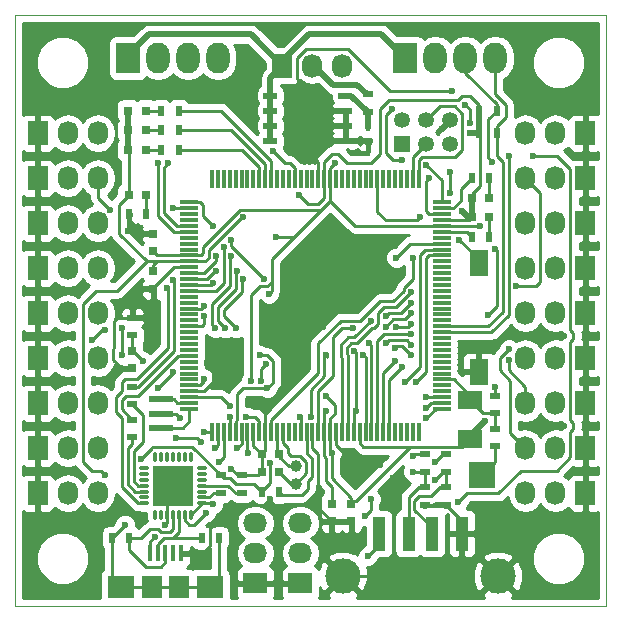
<source format=gtl>
G04 #@! TF.FileFunction,Copper,L1,Top,Signal*
%FSLAX46Y46*%
G04 Gerber Fmt 4.6, Leading zero omitted, Abs format (unit mm)*
G04 Created by KiCad (PCBNEW 4.0.2-stable) date 22/09/2016 0:52:12*
%MOMM*%
G01*
G04 APERTURE LIST*
%ADD10C,0.100000*%
%ADD11R,0.800000X0.750000*%
%ADD12R,0.750000X0.800000*%
%ADD13R,1.350000X1.350000*%
%ADD14C,1.350000*%
%ADD15R,0.797560X0.797560*%
%ADD16R,0.450000X0.590000*%
%ADD17R,2.032000X1.524000*%
%ADD18O,0.300000X0.850000*%
%ADD19O,0.850000X0.300000*%
%ADD20R,1.675000X1.675000*%
%ADD21R,1.727200X2.032000*%
%ADD22O,1.727200X2.032000*%
%ADD23R,0.400000X1.400000*%
%ADD24R,1.800000X1.900000*%
%ADD25R,2.300000X1.900000*%
%ADD26R,2.032000X1.727200*%
%ADD27O,2.032000X1.727200*%
%ADD28R,2.000000X2.600000*%
%ADD29O,2.000000X2.600000*%
%ADD30R,2.235200X2.235200*%
%ADD31R,1.120000X2.880000*%
%ADD32C,3.000000*%
%ADD33R,1.143000X0.508000*%
%ADD34R,0.500000X0.900000*%
%ADD35R,0.900000X0.500000*%
%ADD36R,1.600000X2.180000*%
%ADD37R,1.550000X0.300000*%
%ADD38R,0.300000X1.550000*%
%ADD39R,2.000000X0.600000*%
%ADD40C,1.000760*%
%ADD41C,0.600000*%
%ADD42C,0.500000*%
%ADD43C,0.280000*%
%ADD44C,0.250000*%
%ADD45C,0.254000*%
G04 APERTURE END LIST*
D10*
X0Y50000000D02*
X0Y0D01*
X50000000Y50000000D02*
X0Y50000000D01*
X50000000Y0D02*
X50000000Y50000000D01*
X0Y0D02*
X50000000Y0D01*
D11*
X22340000Y11303000D03*
X20840000Y11303000D03*
X22340000Y12827000D03*
X20840000Y12827000D03*
D12*
X9906000Y21578000D03*
X9906000Y20078000D03*
X26797000Y8624000D03*
X26797000Y7124000D03*
X11684000Y29984000D03*
X11684000Y31484000D03*
X28448000Y8624000D03*
X28448000Y7124000D03*
X11684000Y28309000D03*
X11684000Y26809000D03*
D13*
X32766000Y39116000D03*
D14*
X34766000Y39116000D03*
X36766000Y39116000D03*
X32766000Y41116000D03*
X34766000Y41116000D03*
X36766000Y41116000D03*
D15*
X9601200Y34798000D03*
X11099800Y34798000D03*
D16*
X29845000Y40425000D03*
X29845000Y38315000D03*
D17*
X38481000Y14097000D03*
X38481000Y17399000D03*
D15*
X9537700Y38608000D03*
X11036300Y38608000D03*
X9537700Y40259000D03*
X11036300Y40259000D03*
X9537700Y41910000D03*
X11036300Y41910000D03*
X38620700Y34544000D03*
X40119300Y34544000D03*
X38620700Y32893000D03*
X40119300Y32893000D03*
D18*
X11835000Y7710000D03*
X12335000Y7710000D03*
X12835000Y7710000D03*
X13335000Y7710000D03*
X13835000Y7710000D03*
X14335000Y7710000D03*
X14835000Y7710000D03*
D19*
X15785000Y8660000D03*
X15785000Y9160000D03*
X15785000Y9660000D03*
X15785000Y10160000D03*
X15785000Y10660000D03*
X15785000Y11160000D03*
X15785000Y11660000D03*
D18*
X14835000Y12610000D03*
X14335000Y12610000D03*
X13835000Y12610000D03*
X13335000Y12610000D03*
X12835000Y12610000D03*
X12335000Y12610000D03*
X11835000Y12610000D03*
D19*
X10885000Y11660000D03*
X10885000Y11160000D03*
X10885000Y10660000D03*
X10885000Y10160000D03*
X10885000Y9660000D03*
X10885000Y9160000D03*
X10885000Y8660000D03*
D20*
X14172500Y10997500D03*
X12497500Y10997500D03*
X14172500Y9322500D03*
X12497500Y9322500D03*
D21*
X22606000Y45720000D03*
D22*
X25146000Y45720000D03*
X27686000Y45720000D03*
D21*
X1905000Y40005000D03*
D22*
X4445000Y40005000D03*
X6985000Y40005000D03*
D21*
X1905000Y36195000D03*
D22*
X4445000Y36195000D03*
X6985000Y36195000D03*
D21*
X1905000Y32385000D03*
D22*
X4445000Y32385000D03*
X6985000Y32385000D03*
D21*
X1905000Y28575000D03*
D22*
X4445000Y28575000D03*
X6985000Y28575000D03*
D21*
X1905000Y24765000D03*
D22*
X4445000Y24765000D03*
X6985000Y24765000D03*
D21*
X1905000Y20955000D03*
D22*
X4445000Y20955000D03*
X6985000Y20955000D03*
D21*
X1905000Y17145000D03*
D22*
X4445000Y17145000D03*
X6985000Y17145000D03*
D21*
X1905000Y13335000D03*
D22*
X4445000Y13335000D03*
X6985000Y13335000D03*
D23*
X11400000Y4445000D03*
X12050000Y4445000D03*
X12700000Y4445000D03*
X13350000Y4445000D03*
X14000000Y4445000D03*
D24*
X11550000Y1595000D03*
X13850000Y1595000D03*
D25*
X8950000Y1595000D03*
X16450000Y1595000D03*
D21*
X1905000Y9525000D03*
D22*
X4445000Y9525000D03*
X6985000Y9525000D03*
D26*
X20320000Y1905000D03*
D27*
X20320000Y4445000D03*
X20320000Y6985000D03*
D26*
X24130000Y1905000D03*
D27*
X24130000Y4445000D03*
X24130000Y6985000D03*
D21*
X48260000Y9525000D03*
D22*
X45720000Y9525000D03*
X43180000Y9525000D03*
D21*
X48260000Y13335000D03*
D22*
X45720000Y13335000D03*
X43180000Y13335000D03*
D21*
X48260000Y17145000D03*
D22*
X45720000Y17145000D03*
X43180000Y17145000D03*
D21*
X48260000Y20955000D03*
D22*
X45720000Y20955000D03*
X43180000Y20955000D03*
D21*
X48260000Y24765000D03*
D22*
X45720000Y24765000D03*
X43180000Y24765000D03*
D21*
X48260000Y28575000D03*
D22*
X45720000Y28575000D03*
X43180000Y28575000D03*
D21*
X48260000Y32385000D03*
D22*
X45720000Y32385000D03*
X43180000Y32385000D03*
D21*
X48260000Y36195000D03*
D22*
X45720000Y36195000D03*
X43180000Y36195000D03*
D21*
X48260000Y40005000D03*
D22*
X45720000Y40005000D03*
X43180000Y40005000D03*
D28*
X33020000Y46355000D03*
D29*
X35560000Y46355000D03*
X38100000Y46355000D03*
X40640000Y46355000D03*
D28*
X9525000Y46355000D03*
D29*
X12065000Y46355000D03*
X14605000Y46355000D03*
X17145000Y46355000D03*
D30*
X39497000Y11049000D03*
D31*
X30790000Y6096000D03*
X33290000Y6096000D03*
X35290000Y6096000D03*
X37790000Y6096000D03*
D32*
X27720000Y2516000D03*
X40860000Y2516000D03*
D33*
X21590000Y39370000D03*
X21590000Y40640000D03*
X21590000Y41910000D03*
X21590000Y43180000D03*
X27940000Y43180000D03*
X27940000Y41910000D03*
X27940000Y40640000D03*
X27940000Y39370000D03*
D34*
X11100500Y33147000D03*
X9600500Y33147000D03*
D35*
X17399000Y9537000D03*
X17399000Y11037000D03*
X19177000Y9537000D03*
X19177000Y11037000D03*
X9906000Y15736000D03*
X9906000Y14236000D03*
X9906000Y18530000D03*
X9906000Y17030000D03*
D34*
X39255000Y40005000D03*
X40755000Y40005000D03*
X39255000Y41910000D03*
X40755000Y41910000D03*
D35*
X29845000Y41795000D03*
X29845000Y43295000D03*
X40640000Y13474000D03*
X40640000Y14974000D03*
X40640000Y16268000D03*
X40640000Y17768000D03*
X9906000Y22872000D03*
X9906000Y24372000D03*
D34*
X12331000Y38608000D03*
X13831000Y38608000D03*
D35*
X34671000Y11315000D03*
X34671000Y12815000D03*
X36449000Y11315000D03*
X36449000Y12815000D03*
D34*
X12331000Y40259000D03*
X13831000Y40259000D03*
X12331000Y41910000D03*
X13831000Y41910000D03*
X40120000Y36195000D03*
X38620000Y36195000D03*
X40120000Y31242000D03*
X38620000Y31242000D03*
X20840000Y9652000D03*
X22340000Y9652000D03*
D36*
X39245320Y28986430D03*
X39240680Y19781570D03*
D37*
X14700000Y34150000D03*
X14700000Y33650000D03*
X14700000Y33150000D03*
X14700000Y32650000D03*
X14700000Y32150000D03*
X14700000Y31650000D03*
X14700000Y31150000D03*
X14700000Y30650000D03*
X14700000Y30150000D03*
X14700000Y29650000D03*
X14700000Y29150000D03*
X14700000Y28650000D03*
X14700000Y28150000D03*
X14700000Y27650000D03*
X14700000Y27150000D03*
X14700000Y26650000D03*
X14700000Y26150000D03*
X14700000Y25650000D03*
X14700000Y25150000D03*
X14700000Y24650000D03*
X14700000Y24150000D03*
X14700000Y23650000D03*
X14700000Y23150000D03*
X14700000Y22650000D03*
X14700000Y22150000D03*
X14700000Y21650000D03*
X14700000Y21150000D03*
X14700000Y20650000D03*
X14700000Y20150000D03*
X14700000Y19650000D03*
X14700000Y19150000D03*
X14700000Y18650000D03*
X14700000Y18150000D03*
X14700000Y17650000D03*
X14700000Y17150000D03*
X14700000Y16650000D03*
D38*
X16650000Y14700000D03*
X17150000Y14700000D03*
X17650000Y14700000D03*
X18150000Y14700000D03*
X18650000Y14700000D03*
X19150000Y14700000D03*
X19650000Y14700000D03*
X20150000Y14700000D03*
X20650000Y14700000D03*
X21150000Y14700000D03*
X21650000Y14700000D03*
X22150000Y14700000D03*
X22650000Y14700000D03*
X23150000Y14700000D03*
X23650000Y14700000D03*
X24150000Y14700000D03*
X24650000Y14700000D03*
X25150000Y14700000D03*
X25650000Y14700000D03*
X26150000Y14700000D03*
X26650000Y14700000D03*
X27150000Y14700000D03*
X27650000Y14700000D03*
X28150000Y14700000D03*
X28650000Y14700000D03*
X29150000Y14700000D03*
X29650000Y14700000D03*
X30150000Y14700000D03*
X30650000Y14700000D03*
X31150000Y14700000D03*
X31650000Y14700000D03*
X32150000Y14700000D03*
X32650000Y14700000D03*
X33150000Y14700000D03*
X33650000Y14700000D03*
X34150000Y14700000D03*
D37*
X36100000Y16650000D03*
X36100000Y17150000D03*
X36100000Y17650000D03*
X36100000Y18150000D03*
X36100000Y18650000D03*
X36100000Y19150000D03*
X36100000Y19650000D03*
X36100000Y20150000D03*
X36100000Y20650000D03*
X36100000Y21150000D03*
X36100000Y21650000D03*
X36100000Y22150000D03*
X36100000Y22650000D03*
X36100000Y23150000D03*
X36100000Y23650000D03*
X36100000Y24150000D03*
X36100000Y24650000D03*
X36100000Y25150000D03*
X36100000Y25650000D03*
X36100000Y26150000D03*
X36100000Y26650000D03*
X36100000Y27150000D03*
X36100000Y27650000D03*
X36100000Y28150000D03*
X36100000Y28650000D03*
X36100000Y29150000D03*
X36100000Y29650000D03*
X36100000Y30150000D03*
X36100000Y30650000D03*
X36100000Y31150000D03*
X36100000Y31650000D03*
X36100000Y32150000D03*
X36100000Y32650000D03*
X36100000Y33150000D03*
X36100000Y33650000D03*
X36100000Y34150000D03*
D38*
X34150000Y36100000D03*
X33650000Y36100000D03*
X33150000Y36100000D03*
X32650000Y36100000D03*
X32150000Y36100000D03*
X31650000Y36100000D03*
X31150000Y36100000D03*
X30650000Y36100000D03*
X30150000Y36100000D03*
X29650000Y36100000D03*
X29150000Y36100000D03*
X28650000Y36100000D03*
X28150000Y36100000D03*
X27650000Y36100000D03*
X27150000Y36100000D03*
X26650000Y36100000D03*
X26150000Y36100000D03*
X25650000Y36100000D03*
X25150000Y36100000D03*
X24650000Y36100000D03*
X24150000Y36100000D03*
X23650000Y36100000D03*
X23150000Y36100000D03*
X22650000Y36100000D03*
X22150000Y36100000D03*
X21650000Y36100000D03*
X21150000Y36100000D03*
X20650000Y36100000D03*
X20150000Y36100000D03*
X19650000Y36100000D03*
X19150000Y36100000D03*
X18650000Y36100000D03*
X18150000Y36100000D03*
X17650000Y36100000D03*
X17150000Y36100000D03*
X16650000Y36100000D03*
D34*
X9640000Y5715000D03*
X8140000Y5715000D03*
X15760000Y5715000D03*
X17260000Y5715000D03*
D35*
X36449000Y8521000D03*
X36449000Y10021000D03*
X34671000Y8521000D03*
X34671000Y10021000D03*
D39*
X12319000Y16256000D03*
X12319000Y17456000D03*
X12319000Y15056000D03*
D40*
X23749000Y11798300D03*
X23749000Y10299700D03*
D41*
X32766000Y37719000D03*
X31877000Y42037000D03*
X40640000Y18542000D03*
X43815000Y38100000D03*
X37465000Y8763000D03*
X29591000Y7620000D03*
X30099000Y9017000D03*
X17272000Y12192000D03*
X16764000Y8636000D03*
X30861000Y11938000D03*
X9525000Y31750000D03*
X24257000Y29591000D03*
X36957000Y43561000D03*
X38100000Y42418000D03*
X38481000Y40894000D03*
X46482000Y22860000D03*
X44450000Y15240000D03*
X46482000Y15240000D03*
X32004000Y10795000D03*
X21590000Y9017000D03*
X18288000Y11557000D03*
X8509000Y8128000D03*
X12700000Y6858000D03*
X26035000Y23622000D03*
X23241000Y23749000D03*
X34798000Y16764000D03*
X16256000Y20574000D03*
X13589000Y14224000D03*
X15748000Y13843000D03*
X13970000Y15875000D03*
X9906000Y25400000D03*
X5207000Y26670000D03*
X35052000Y36195000D03*
X25146000Y38100000D03*
X16129000Y7874000D03*
X10668000Y12446000D03*
X21590000Y12065000D03*
X26797000Y12954000D03*
X37846000Y33401000D03*
X7620000Y11049000D03*
X24003000Y34798000D03*
X26289000Y17780000D03*
X19304000Y32893000D03*
X24130000Y16002000D03*
X39751000Y15621000D03*
X38481000Y40005000D03*
X36830000Y34925000D03*
X36830000Y36703000D03*
X33655000Y29464000D03*
X37592000Y30988000D03*
X12827000Y26924000D03*
X18161000Y16002000D03*
X10795000Y20701000D03*
X28702000Y21590000D03*
X22098000Y31242000D03*
X39370000Y32131000D03*
X27051000Y37465000D03*
X21463000Y26416000D03*
X19939000Y19050000D03*
X28829000Y16510000D03*
X26289000Y16510000D03*
X19558000Y16002000D03*
X34798000Y17653000D03*
X18161000Y16891000D03*
X20701000Y21209000D03*
X21336000Y18415000D03*
X34798000Y15875000D03*
X34798000Y37338000D03*
X11811000Y5842000D03*
X29845000Y4191000D03*
X21844000Y38481000D03*
X9271000Y6858000D03*
X8001000Y33528000D03*
X6477000Y22479000D03*
X7620000Y23368000D03*
X9017000Y23495000D03*
X9017000Y21209000D03*
X13335000Y19812000D03*
X12065000Y18415000D03*
X21209000Y20447000D03*
X20828000Y19050000D03*
X25019000Y16002000D03*
X26289000Y21209000D03*
X41783000Y21717000D03*
X41783000Y20828000D03*
X40640000Y30226000D03*
X40005000Y24638000D03*
X42418000Y27051000D03*
X41783000Y38100000D03*
X40386000Y37592000D03*
X12954000Y37465000D03*
X12065000Y37465000D03*
X33655000Y11303000D03*
X16891000Y13335000D03*
X16002000Y14732000D03*
X35560000Y10668000D03*
X13335000Y33655000D03*
X13335000Y27559000D03*
X19685000Y12954000D03*
X33655000Y12700000D03*
X35560000Y12192000D03*
X18796000Y13335000D03*
X16002000Y24511000D03*
X16002000Y19177000D03*
X16002000Y25400000D03*
X17653000Y30353000D03*
X17780000Y23495000D03*
X18796000Y28321000D03*
X17018000Y28321000D03*
X16764000Y27305000D03*
X18669000Y23495000D03*
X19304000Y27686000D03*
X18288000Y29591000D03*
X17018000Y29591000D03*
X16891000Y23495000D03*
X32258000Y29464000D03*
X33909000Y18923000D03*
X33020000Y18923000D03*
X32766000Y20193000D03*
X32131000Y20701000D03*
X31369000Y22225000D03*
X33528000Y22098000D03*
X29972000Y22225000D03*
X33528000Y22987000D03*
X32131000Y21844000D03*
X33528000Y21209000D03*
X29464000Y21209000D03*
X34290000Y32893000D03*
X30099000Y24130000D03*
X33528000Y25654000D03*
X31369000Y24511000D03*
X33528000Y26543000D03*
X28575000Y23495000D03*
X31369000Y23622000D03*
X33528000Y24765000D03*
X32258000Y23622000D03*
X33528000Y23876000D03*
X21082000Y27686000D03*
X16764000Y32131000D03*
X18288000Y30988000D03*
D42*
X29845000Y43295000D02*
X29730000Y43295000D01*
X29730000Y43295000D02*
X28956000Y44069000D01*
X28956000Y44069000D02*
X26924000Y44069000D01*
X26924000Y44069000D02*
X25273000Y45720000D01*
X25273000Y45720000D02*
X25146000Y45720000D01*
X22606000Y45720000D02*
X22606000Y46101000D01*
X22606000Y46101000D02*
X24892000Y48387000D01*
D43*
X32766000Y37719000D02*
X32004000Y37719000D01*
X31369000Y41529000D02*
X31877000Y42037000D01*
X31369000Y38354000D02*
X31369000Y41529000D01*
X32004000Y37719000D02*
X31369000Y38354000D01*
D42*
X21590000Y39370000D02*
X21590000Y40640000D01*
X21590000Y40640000D02*
X21590000Y41910000D01*
X21590000Y41910000D02*
X21590000Y43180000D01*
X24892000Y48387000D02*
X30988000Y48387000D01*
X30988000Y48387000D02*
X33020000Y46355000D01*
X21590000Y43180000D02*
X21590000Y44704000D01*
X21590000Y44704000D02*
X22606000Y45720000D01*
X9525000Y46355000D02*
X9525000Y46609000D01*
X9525000Y46609000D02*
X11303000Y48387000D01*
X11303000Y48387000D02*
X19939000Y48387000D01*
X19939000Y48387000D02*
X22606000Y45720000D01*
D44*
X40640000Y18542000D02*
X40640000Y17768000D01*
D43*
X46990000Y22352000D02*
X47244000Y22606000D01*
X47244000Y22606000D02*
X47244000Y23114000D01*
X47244000Y23114000D02*
X46990000Y23368000D01*
X46990000Y23368000D02*
X46990000Y36957000D01*
X46990000Y12573000D02*
X46990000Y14732000D01*
X43815000Y38100000D02*
X45339000Y38100000D01*
X45339000Y38100000D02*
X45847000Y38100000D01*
X45847000Y38100000D02*
X46990000Y36957000D01*
X46990000Y12573000D02*
X45847000Y11430000D01*
X45847000Y11430000D02*
X42799000Y11430000D01*
X42799000Y11430000D02*
X40894000Y9525000D01*
X40894000Y9525000D02*
X38227000Y9525000D01*
X38227000Y9525000D02*
X37465000Y8763000D01*
X29591000Y7620000D02*
X30099000Y8128000D01*
X30099000Y8128000D02*
X30099000Y9017000D01*
X47244000Y15494000D02*
X46990000Y15748000D01*
X47244000Y14986000D02*
X47244000Y15494000D01*
X46990000Y14732000D02*
X47244000Y14986000D01*
X46990000Y15748000D02*
X46990000Y22352000D01*
X17650000Y13078000D02*
X17650000Y12570000D01*
X17650000Y13078000D02*
X17650000Y14700000D01*
X17650000Y12570000D02*
X17272000Y12192000D01*
X15785000Y8660000D02*
X16740000Y8660000D01*
X16740000Y8660000D02*
X16764000Y8636000D01*
X14835000Y7710000D02*
X15785000Y8660000D01*
X9906000Y20078000D02*
X9005000Y20078000D01*
X8624000Y24372000D02*
X9906000Y24372000D01*
X8318500Y24066500D02*
X8624000Y24372000D01*
X8318500Y21780500D02*
X8318500Y24066500D01*
X8255000Y21717000D02*
X8318500Y21780500D01*
X8255000Y20828000D02*
X8255000Y21717000D01*
X9005000Y20078000D02*
X8255000Y20828000D01*
X25150000Y14700000D02*
X25150000Y13331000D01*
X25654000Y8267000D02*
X26797000Y7124000D01*
X25654000Y12827000D02*
X25654000Y8267000D01*
X25150000Y13331000D02*
X25654000Y12827000D01*
X27150000Y14700000D02*
X27150000Y13617000D01*
X28829000Y11938000D02*
X30861000Y11938000D01*
X27150000Y13617000D02*
X28829000Y11938000D01*
X9537000Y32766000D02*
X9537000Y31762000D01*
X9537000Y31762000D02*
X9525000Y31750000D01*
X9537000Y32766000D02*
X9537000Y32754000D01*
X10807000Y31484000D02*
X11684000Y31484000D01*
X9537000Y32754000D02*
X10807000Y31484000D01*
X23241000Y28575000D02*
X23241000Y23749000D01*
X24257000Y29591000D02*
X23241000Y28575000D01*
X21150000Y14700000D02*
X21150000Y16578000D01*
X21150000Y16578000D02*
X23241000Y18669000D01*
X23241000Y18669000D02*
X23241000Y23749000D01*
X27940000Y41910000D02*
X26543000Y41910000D01*
X38481000Y42037000D02*
X38100000Y42418000D01*
X38481000Y40894000D02*
X38481000Y42037000D01*
X31750000Y43561000D02*
X36957000Y43561000D01*
X28194000Y47117000D02*
X31750000Y43561000D01*
X24638000Y47117000D02*
X28194000Y47117000D01*
X23876000Y46355000D02*
X24638000Y47117000D01*
X23876000Y44577000D02*
X23876000Y46355000D01*
X26543000Y41910000D02*
X23876000Y44577000D01*
X39240680Y21587680D02*
X39240680Y19781570D01*
X39624000Y21971000D02*
X39240680Y21587680D01*
X40513000Y21971000D02*
X39624000Y21971000D01*
X41402000Y22860000D02*
X40513000Y21971000D01*
X41910000Y22860000D02*
X41402000Y22860000D01*
X46482000Y22860000D02*
X41910000Y22860000D01*
X44450000Y15240000D02*
X46482000Y15240000D01*
X30329000Y2516000D02*
X27720000Y2516000D01*
X32004000Y4191000D02*
X30329000Y2516000D01*
X32004000Y5842000D02*
X32004000Y4191000D01*
X32004000Y7874000D02*
X32004000Y5842000D01*
X32004000Y10795000D02*
X32004000Y7874000D01*
X19050000Y8509000D02*
X17653000Y7112000D01*
X21082000Y8509000D02*
X19050000Y8509000D01*
X21590000Y9017000D02*
X21082000Y8509000D01*
X19177000Y11037000D02*
X18808000Y11037000D01*
X18808000Y11037000D02*
X18288000Y11557000D01*
X16510000Y6477000D02*
X16510000Y6604000D01*
X16510000Y6604000D02*
X17018000Y7112000D01*
X17018000Y7112000D02*
X17653000Y7112000D01*
X14000000Y4445000D02*
X15875000Y4445000D01*
X16510000Y5080000D02*
X16510000Y6477000D01*
X15875000Y4445000D02*
X16510000Y5080000D01*
X18669000Y1905000D02*
X20320000Y1905000D01*
X17653000Y7112000D02*
X18415000Y6350000D01*
X18415000Y6350000D02*
X18415000Y2159000D01*
X18415000Y2159000D02*
X18669000Y1905000D01*
X1905000Y7874000D02*
X1905000Y9525000D01*
X2413000Y7366000D02*
X1905000Y7874000D01*
X7747000Y7366000D02*
X2413000Y7366000D01*
X8509000Y8128000D02*
X7747000Y7366000D01*
X12835000Y6993000D02*
X12700000Y6858000D01*
X12835000Y6993000D02*
X12835000Y7710000D01*
X25908000Y23749000D02*
X23241000Y23749000D01*
X26035000Y23622000D02*
X25908000Y23749000D01*
D44*
X35184000Y17150000D02*
X34798000Y16764000D01*
X36100000Y17150000D02*
X35184000Y17150000D01*
D43*
X14700000Y18150000D02*
X15991000Y18150000D01*
X16764000Y20066000D02*
X16256000Y20574000D01*
X16764000Y18923000D02*
X16764000Y20066000D01*
X15991000Y18150000D02*
X16764000Y18923000D01*
X15367000Y14224000D02*
X13589000Y14224000D01*
X15748000Y13843000D02*
X15367000Y14224000D01*
D44*
X13589000Y16256000D02*
X13970000Y15875000D01*
X13589000Y16256000D02*
X12319000Y16256000D01*
D43*
X9906000Y24372000D02*
X9906000Y25400000D01*
X1905000Y26924000D02*
X1905000Y28575000D01*
X5207000Y26670000D02*
X2159000Y26670000D01*
X2159000Y26670000D02*
X1905000Y26924000D01*
X14700000Y28650000D02*
X13410000Y28650000D01*
X13410000Y28650000D02*
X11684000Y26924000D01*
X11684000Y26924000D02*
X11684000Y26809000D01*
X34671000Y8521000D02*
X36449000Y8521000D01*
X36449000Y8521000D02*
X37790000Y7180000D01*
X37790000Y7180000D02*
X37790000Y6096000D01*
X20150000Y14700000D02*
X20150000Y13517000D01*
X20150000Y13517000D02*
X20840000Y12827000D01*
X21150000Y14700000D02*
X21150000Y13137000D01*
X21150000Y13137000D02*
X20840000Y12827000D01*
X20840000Y11303000D02*
X20840000Y12827000D01*
X19177000Y11037000D02*
X20574000Y11037000D01*
X20574000Y11037000D02*
X20840000Y11303000D01*
X12835000Y7710000D02*
X12835000Y8985000D01*
X12835000Y8985000D02*
X12497500Y9322500D01*
X12497500Y9322500D02*
X14172500Y10997500D01*
X14172500Y10997500D02*
X14172500Y9322500D01*
X35049000Y33150000D02*
X36100000Y33150000D01*
X34798000Y33401000D02*
X34798000Y35941000D01*
X35049000Y33150000D02*
X34798000Y33401000D01*
X35052000Y36195000D02*
X34798000Y35941000D01*
X25650000Y36100000D02*
X25650000Y37596000D01*
X25650000Y37596000D02*
X25146000Y38100000D01*
D44*
X16129000Y7874000D02*
X15113000Y6858000D01*
X15113000Y6858000D02*
X14732000Y6858000D01*
X14732000Y6858000D02*
X14335000Y7255000D01*
X14335000Y7255000D02*
X14335000Y7710000D01*
D43*
X33401000Y13462000D02*
X37846000Y13462000D01*
X37846000Y13462000D02*
X38481000Y14097000D01*
X9601200Y34798000D02*
X9601200Y38544500D01*
X9601200Y38544500D02*
X9537700Y38608000D01*
X8763000Y31496000D02*
X8763000Y33959800D01*
X11109000Y29150000D02*
X8763000Y31496000D01*
X8763000Y33959800D02*
X9601200Y34798000D01*
X11557000Y13462000D02*
X11557000Y13335000D01*
X14986000Y13462000D02*
X11557000Y13462000D01*
X17399000Y11049000D02*
X14986000Y13462000D01*
X11557000Y13335000D02*
X10668000Y12446000D01*
X26797000Y12954000D02*
X26797000Y10795000D01*
X28448000Y9144000D02*
X28448000Y8624000D01*
X26797000Y10795000D02*
X28448000Y9144000D01*
X26650000Y14700000D02*
X26650000Y13101000D01*
X21590000Y10795000D02*
X21590000Y12065000D01*
X21590000Y10414000D02*
X21590000Y10795000D01*
X21590000Y10414000D02*
X20840000Y9664000D01*
X26650000Y13101000D02*
X26797000Y12954000D01*
X28714000Y8890000D02*
X28829000Y8890000D01*
X28829000Y8890000D02*
X33401000Y13462000D01*
X28714000Y8890000D02*
X28448000Y8624000D01*
X37465000Y42799000D02*
X37846000Y43180000D01*
X30099000Y37465000D02*
X30861000Y38227000D01*
X30861000Y38227000D02*
X30861000Y42037000D01*
X30861000Y42037000D02*
X31623000Y42799000D01*
X31623000Y42799000D02*
X37465000Y42799000D01*
X26150000Y36100000D02*
X26150000Y37580000D01*
X28067000Y37465000D02*
X29845000Y37465000D01*
X27305000Y38227000D02*
X28067000Y37465000D01*
X26797000Y38227000D02*
X27305000Y38227000D01*
X26150000Y37580000D02*
X26797000Y38227000D01*
X29845000Y37465000D02*
X30099000Y37465000D01*
X39255000Y42406000D02*
X39255000Y41910000D01*
X38481000Y43180000D02*
X39255000Y42406000D01*
X37846000Y43180000D02*
X38481000Y43180000D01*
X18669000Y10287000D02*
X18161000Y10795000D01*
X18669000Y10287000D02*
X20205000Y10287000D01*
X20840000Y9652000D02*
X20205000Y10287000D01*
X18161000Y10795000D02*
X17641000Y10795000D01*
X17641000Y10795000D02*
X17399000Y11037000D01*
D42*
X37846000Y33401000D02*
X38354000Y32893000D01*
X38354000Y32893000D02*
X38620700Y32893000D01*
D43*
X7239000Y11430000D02*
X7620000Y11049000D01*
X7239000Y11430000D02*
X6477000Y11430000D01*
X6477000Y11430000D02*
X5715000Y12192000D01*
X5715000Y12192000D02*
X5715000Y25527000D01*
X5715000Y25527000D02*
X6858000Y26670000D01*
X6858000Y26670000D02*
X8629000Y26670000D01*
X8629000Y26670000D02*
X11109000Y29150000D01*
X26150000Y36100000D02*
X26150000Y34532000D01*
X24765000Y34036000D02*
X24003000Y34798000D01*
X25654000Y34036000D02*
X24765000Y34036000D01*
X26150000Y34532000D02*
X25654000Y34036000D01*
X11684000Y28309000D02*
X11684000Y28829000D01*
X11684000Y28829000D02*
X12005000Y29150000D01*
X26650000Y15855000D02*
X26650000Y14700000D01*
X27051000Y16256000D02*
X26650000Y15855000D01*
X27051000Y17018000D02*
X27051000Y16256000D01*
X26289000Y17780000D02*
X27051000Y17018000D01*
X17399000Y11037000D02*
X17399000Y11049000D01*
X38620700Y34544000D02*
X38620700Y34810700D01*
X38620700Y34810700D02*
X39370000Y35560000D01*
X39370000Y35560000D02*
X39370000Y39890000D01*
X39370000Y39890000D02*
X39255000Y40005000D01*
X14700000Y29150000D02*
X16069000Y29150000D01*
X16069000Y29150000D02*
X16352046Y29465893D01*
X16352046Y29465893D02*
X16383000Y29972000D01*
X16383000Y29972000D02*
X16383000Y30099000D01*
X16383000Y30099000D02*
X19177000Y32893000D01*
X19177000Y32893000D02*
X19304000Y32893000D01*
X20840000Y9652000D02*
X20840000Y9664000D01*
X24150000Y14700000D02*
X24150000Y15982000D01*
X24150000Y15982000D02*
X24130000Y16002000D01*
D42*
X38481000Y14097000D02*
X38481000Y14351000D01*
X38481000Y14351000D02*
X39751000Y15621000D01*
D43*
X29150000Y14700000D02*
X29150000Y13776000D01*
X29464000Y13462000D02*
X33401000Y13462000D01*
X29150000Y13776000D02*
X29464000Y13462000D01*
D42*
X39255000Y40005000D02*
X38481000Y40005000D01*
D43*
X36100000Y32650000D02*
X38377700Y32650000D01*
X38377700Y32650000D02*
X38620700Y32893000D01*
D42*
X38620700Y34544000D02*
X38620700Y32893000D01*
X39255000Y40005000D02*
X39255000Y41910000D01*
D43*
X11109000Y29150000D02*
X12005000Y29150000D01*
X12005000Y29150000D02*
X14700000Y29150000D01*
D42*
X9537700Y38608000D02*
X9537700Y40259000D01*
X9537700Y40259000D02*
X9537700Y41910000D01*
D44*
X36830000Y36703000D02*
X36830000Y34925000D01*
X25654000Y21463000D02*
X25654000Y22225000D01*
X28321000Y24130000D02*
X29210000Y24130000D01*
X29210000Y24130000D02*
X30861000Y25781000D01*
X30861000Y25781000D02*
X32004000Y25781000D01*
X32004000Y25781000D02*
X32893000Y26670000D01*
X32893000Y26670000D02*
X32893000Y26924000D01*
X32893000Y26924000D02*
X33655000Y27686000D01*
X21650000Y14700000D02*
X21650000Y15681000D01*
X33655000Y27686000D02*
X33655000Y29464000D01*
X25654000Y19685000D02*
X25654000Y21463000D01*
X21650000Y15681000D02*
X25654000Y19685000D01*
X27559000Y24130000D02*
X28321000Y24130000D01*
X25654000Y22225000D02*
X27559000Y24130000D01*
X39245320Y28986430D02*
X39245320Y29334680D01*
X39245320Y29334680D02*
X37592000Y30988000D01*
X39245320Y28986430D02*
X39400430Y28986430D01*
X10390000Y8660000D02*
X9017000Y10033000D01*
X9017000Y10033000D02*
X9017000Y15875000D01*
X9017000Y15875000D02*
X8509000Y16383000D01*
X8509000Y16383000D02*
X8509000Y17653000D01*
X8509000Y17653000D02*
X9017000Y18161000D01*
X9017000Y18161000D02*
X9017000Y18923000D01*
X9017000Y18923000D02*
X9271000Y19177000D01*
X9271000Y19177000D02*
X10287000Y19177000D01*
X10287000Y19177000D02*
X12954000Y21844000D01*
X12954000Y21844000D02*
X12954000Y26797000D01*
X12954000Y26797000D02*
X12827000Y26924000D01*
X10390000Y8660000D02*
X10885000Y8660000D01*
X23368000Y12700000D02*
X24130000Y12700000D01*
X23114000Y12954000D02*
X23368000Y12700000D01*
X22650000Y13799000D02*
X23114000Y13335000D01*
X22650000Y14700000D02*
X22650000Y13799000D01*
X23114000Y13335000D02*
X23114000Y12954000D01*
X24638000Y11188700D02*
X23749000Y10299700D01*
X24638000Y12192000D02*
X24638000Y11188700D01*
X24130000Y12700000D02*
X24638000Y12192000D01*
X23749000Y10299700D02*
X23343300Y10299700D01*
X23343300Y10299700D02*
X22340000Y11303000D01*
X23749000Y11798300D02*
X23126700Y11798300D01*
X23126700Y11798300D02*
X22340000Y12585000D01*
X22340000Y12827000D02*
X22340000Y12585000D01*
X22340000Y12827000D02*
X22340000Y12585000D01*
X22150000Y14700000D02*
X22150000Y13017000D01*
X22150000Y13017000D02*
X22340000Y12827000D01*
X9906000Y21578000D02*
X9918000Y21578000D01*
X9918000Y21578000D02*
X10795000Y20701000D01*
X18150000Y15991000D02*
X18150000Y14700000D01*
X18161000Y16002000D02*
X18150000Y15991000D01*
X9906000Y22872000D02*
X9906000Y21578000D01*
X28770000Y32150000D02*
X26650000Y34270000D01*
X36100000Y32150000D02*
X28770000Y32150000D01*
X28829000Y21463000D02*
X28702000Y21590000D01*
X28829000Y16510000D02*
X28829000Y21463000D01*
X26150000Y14700000D02*
X26150000Y12627998D01*
X26797000Y10033000D02*
X26797000Y8624000D01*
X26289000Y10541000D02*
X26797000Y10033000D01*
X26289000Y12488998D02*
X26289000Y10541000D01*
X26150000Y12627998D02*
X26289000Y12488998D01*
X22098000Y31242000D02*
X22161500Y31178500D01*
X22161500Y31178500D02*
X23558500Y31178500D01*
X36100000Y32150000D02*
X39351000Y32150000D01*
X39351000Y32150000D02*
X39370000Y32131000D01*
X26650000Y37064000D02*
X27051000Y37465000D01*
X26650000Y37064000D02*
X26650000Y36100000D01*
X14700000Y29650000D02*
X12018000Y29650000D01*
X12018000Y29650000D02*
X11684000Y29984000D01*
X21717000Y26670000D02*
X21717000Y27432000D01*
X21463000Y26416000D02*
X21717000Y26670000D01*
X21336000Y27051000D02*
X21717000Y27432000D01*
X20701000Y27051000D02*
X21336000Y27051000D01*
X19939000Y26289000D02*
X20701000Y27051000D01*
X19939000Y19050000D02*
X19939000Y26289000D01*
X21717000Y27432000D02*
X21717000Y29337000D01*
X21717000Y29337000D02*
X23558500Y31178500D01*
X23558500Y31178500D02*
X25908000Y33528000D01*
X26150000Y14700000D02*
X26150000Y16371000D01*
X28650000Y16331000D02*
X28650000Y14700000D01*
X28829000Y16510000D02*
X28650000Y16331000D01*
X26150000Y16371000D02*
X26289000Y16510000D01*
X20650000Y14700000D02*
X20650000Y15672000D01*
X20320000Y16002000D02*
X19558000Y16002000D01*
X20650000Y15672000D02*
X20320000Y16002000D01*
X14700000Y29650000D02*
X15680000Y29650000D01*
X26650000Y34270000D02*
X26650000Y36100000D01*
X25908000Y33528000D02*
X26650000Y34270000D01*
X19050000Y33528000D02*
X25908000Y33528000D01*
X15875000Y30353000D02*
X19050000Y33528000D01*
X15875000Y29845000D02*
X15875000Y30353000D01*
X15680000Y29650000D02*
X15875000Y29845000D01*
X34801000Y17650000D02*
X36100000Y17650000D01*
X34798000Y17653000D02*
X34801000Y17650000D01*
X17402000Y17650000D02*
X14700000Y17650000D01*
X18161000Y16891000D02*
X17402000Y17650000D01*
X21336000Y18415000D02*
X21717000Y18796000D01*
X21336000Y21209000D02*
X20701000Y21209000D01*
X21844000Y20701000D02*
X21336000Y21209000D01*
X21844000Y18923000D02*
X21844000Y20701000D01*
X21717000Y18796000D02*
X21844000Y18923000D01*
X18650000Y14700000D02*
X18650000Y15602000D01*
X19304000Y18415000D02*
X21336000Y18415000D01*
X18796000Y17907000D02*
X19304000Y18415000D01*
X18796000Y15748000D02*
X18796000Y17907000D01*
X18650000Y15602000D02*
X18796000Y15748000D01*
X34798000Y15875000D02*
X35573000Y16650000D01*
X35573000Y16650000D02*
X36100000Y16650000D01*
X36100000Y34150000D02*
X36100000Y36036000D01*
X36100000Y36036000D02*
X34798000Y37338000D01*
X33650000Y36100000D02*
X33650000Y38000000D01*
X33650000Y38000000D02*
X34766000Y39116000D01*
X34150000Y36100000D02*
X34150000Y37706000D01*
X35941000Y42291000D02*
X34766000Y41116000D01*
X37211000Y42291000D02*
X35941000Y42291000D01*
X37846000Y41656000D02*
X37211000Y42291000D01*
X37846000Y38608000D02*
X37846000Y41656000D01*
X37211000Y37973000D02*
X37846000Y38608000D01*
X34417000Y37973000D02*
X37211000Y37973000D01*
X34150000Y37706000D02*
X34417000Y37973000D01*
X11100500Y33147000D02*
X11100500Y34797300D01*
X11100500Y34797300D02*
X11099800Y34798000D01*
D42*
X27940000Y43180000D02*
X28448000Y43180000D01*
X28448000Y43180000D02*
X29833000Y41795000D01*
X29833000Y41795000D02*
X29845000Y41795000D01*
X29845000Y40425000D02*
X29845000Y41795000D01*
D44*
X29845000Y41795000D02*
X29845000Y41910000D01*
X40640000Y14974000D02*
X40640000Y16268000D01*
X40640000Y16268000D02*
X39612000Y16268000D01*
X39612000Y16268000D02*
X38481000Y17399000D01*
X36100000Y19150000D02*
X37111000Y19150000D01*
X37111000Y19150000D02*
X38481000Y17780000D01*
X38481000Y17780000D02*
X38481000Y17399000D01*
X11036300Y38608000D02*
X12331000Y38608000D01*
X11036300Y40259000D02*
X12331000Y40259000D01*
X11036300Y41910000D02*
X12331000Y41910000D01*
X40120000Y36195000D02*
X40120000Y34544700D01*
X40120000Y34544700D02*
X40119300Y34544000D01*
X40119300Y32893000D02*
X40119300Y31242700D01*
X40119300Y31242700D02*
X40120000Y31242000D01*
X11400000Y5431000D02*
X11811000Y5842000D01*
X11400000Y5431000D02*
X11400000Y4445000D01*
X30790000Y6096000D02*
X30790000Y5136000D01*
X30790000Y5136000D02*
X29845000Y4191000D01*
X13335000Y7710000D02*
X13335000Y6477000D01*
X11430000Y6477000D02*
X10668000Y5715000D01*
X10668000Y5715000D02*
X9640000Y5715000D01*
X12065000Y6477000D02*
X11430000Y6477000D01*
X12319000Y6223000D02*
X12065000Y6477000D01*
X13081000Y6223000D02*
X12319000Y6223000D01*
X13335000Y6477000D02*
X13081000Y6223000D01*
X12700000Y4445000D02*
X12700000Y3683000D01*
X9640000Y4711000D02*
X9640000Y5715000D01*
X11049000Y3302000D02*
X9640000Y4711000D01*
X12319000Y3302000D02*
X11049000Y3302000D01*
X12700000Y3683000D02*
X12319000Y3302000D01*
X13835000Y7710000D02*
X13835000Y6215000D01*
X13835000Y6215000D02*
X13335000Y5715000D01*
X12050000Y4445000D02*
X12050000Y5192000D01*
X12573000Y5715000D02*
X13335000Y5715000D01*
X13335000Y5715000D02*
X15760000Y5715000D01*
X12050000Y5192000D02*
X12573000Y5715000D01*
X15785000Y9160000D02*
X16399000Y9160000D01*
X16776000Y9537000D02*
X17399000Y9537000D01*
X16399000Y9160000D02*
X16776000Y9537000D01*
X15785000Y10160000D02*
X18034000Y10160000D01*
X18657000Y9537000D02*
X19177000Y9537000D01*
X18034000Y10160000D02*
X18657000Y9537000D01*
X10885000Y10160000D02*
X10414000Y10160000D01*
X10795000Y16141000D02*
X9906000Y17030000D01*
X10795000Y13843000D02*
X10795000Y16141000D01*
X10033000Y13081000D02*
X10795000Y13843000D01*
X10033000Y10541000D02*
X10033000Y13081000D01*
X10414000Y10160000D02*
X10033000Y10541000D01*
X10885000Y9660000D02*
X10152000Y9660000D01*
X9906000Y13716000D02*
X9906000Y14236000D01*
X9525000Y13335000D02*
X9906000Y13716000D01*
X9525000Y10287000D02*
X9525000Y13335000D01*
X10152000Y9660000D02*
X9525000Y10287000D01*
X23650000Y36100000D02*
X23650000Y37056000D01*
X22860000Y37465000D02*
X21844000Y38481000D01*
X23241000Y37465000D02*
X22860000Y37465000D01*
X23650000Y37056000D02*
X23241000Y37465000D01*
X9271000Y6858000D02*
X8140000Y5727000D01*
X8140000Y5715000D02*
X8140000Y5727000D01*
X17260000Y5715000D02*
X17260000Y2405000D01*
X17260000Y2405000D02*
X16450000Y1595000D01*
X8140000Y5715000D02*
X8140000Y2405000D01*
X8140000Y2405000D02*
X8950000Y1595000D01*
X13850000Y1595000D02*
X11550000Y1595000D01*
X11550000Y1595000D02*
X8950000Y1595000D01*
X16450000Y1595000D02*
X13850000Y1595000D01*
X6985000Y34544000D02*
X6985000Y36195000D01*
X8001000Y33528000D02*
X6985000Y34544000D01*
X6477000Y22479000D02*
X7366000Y23368000D01*
X7366000Y23368000D02*
X7620000Y23368000D01*
X9017000Y21209000D02*
X9017000Y23495000D01*
X13335000Y19685000D02*
X13335000Y19812000D01*
X12065000Y18415000D02*
X12827000Y19177000D01*
X12827000Y19177000D02*
X13335000Y19685000D01*
X21209000Y20447000D02*
X20828000Y20066000D01*
X20828000Y20066000D02*
X20828000Y19050000D01*
X25019000Y16002000D02*
X25019000Y18288000D01*
X26162000Y21082000D02*
X26162000Y19431000D01*
X25019000Y18288000D02*
X26162000Y19431000D01*
X26162000Y21082000D02*
X26289000Y21209000D01*
X26416000Y21082000D02*
X26289000Y21209000D01*
X41910000Y14605000D02*
X43180000Y13335000D01*
X41910000Y19050000D02*
X41910000Y14605000D01*
X41021000Y19939000D02*
X41910000Y19050000D01*
X41021000Y20955000D02*
X41021000Y19939000D01*
X41783000Y21717000D02*
X41021000Y20955000D01*
X43180000Y18542000D02*
X43180000Y17145000D01*
X41783000Y19939000D02*
X43180000Y18542000D01*
X41783000Y20828000D02*
X41783000Y19939000D01*
X40767000Y30099000D02*
X40640000Y30226000D01*
X40767000Y25400000D02*
X40767000Y30099000D01*
X40005000Y24638000D02*
X40767000Y25400000D01*
X44450000Y34925000D02*
X43180000Y36195000D01*
X44450000Y27432000D02*
X44450000Y34925000D01*
X44069000Y27051000D02*
X44450000Y27432000D01*
X42418000Y27051000D02*
X44069000Y27051000D01*
X36100000Y23150000D02*
X40295000Y23150000D01*
X41783000Y24638000D02*
X41783000Y38100000D01*
X40295000Y23150000D02*
X41783000Y24638000D01*
X40005000Y41160000D02*
X40755000Y41910000D01*
X40005000Y37973000D02*
X40005000Y41160000D01*
X40386000Y37592000D02*
X40005000Y37973000D01*
X40755000Y41910000D02*
X40755000Y42430000D01*
X40755000Y42430000D02*
X38100000Y45085000D01*
X38100000Y45085000D02*
X38100000Y46355000D01*
X41529000Y42418000D02*
X41529000Y41402000D01*
X40640000Y46355000D02*
X40640000Y43307000D01*
X41529000Y42418000D02*
X40640000Y43307000D01*
X40767000Y40640000D02*
X40767000Y40017000D01*
X41529000Y41402000D02*
X40767000Y40640000D01*
X40767000Y40017000D02*
X40755000Y40005000D01*
X36100000Y23650000D02*
X40033000Y23650000D01*
X40767000Y38100000D02*
X40767000Y39993000D01*
X41148000Y37719000D02*
X40767000Y38100000D01*
X41275000Y37592000D02*
X41148000Y37719000D01*
X41275000Y24892000D02*
X41275000Y37592000D01*
X40033000Y23650000D02*
X41275000Y24892000D01*
X40767000Y39993000D02*
X40755000Y40005000D01*
X40755000Y40005000D02*
X40755000Y40120000D01*
X14700000Y32150000D02*
X13697000Y32150000D01*
X12573000Y37084000D02*
X12954000Y37465000D01*
X12573000Y34798000D02*
X12573000Y37084000D01*
X12573000Y33274000D02*
X12573000Y34798000D01*
X13081000Y32766000D02*
X12573000Y33274000D01*
X13697000Y32150000D02*
X13081000Y32766000D01*
X14700000Y31650000D02*
X13435000Y31650000D01*
X12065000Y34544000D02*
X12065000Y37465000D01*
X12065000Y33020000D02*
X12065000Y34544000D01*
X12573000Y32512000D02*
X12065000Y33020000D01*
X13435000Y31650000D02*
X12573000Y32512000D01*
D43*
X40640000Y13474000D02*
X40640000Y12192000D01*
X40640000Y12192000D02*
X39497000Y11049000D01*
D44*
X34671000Y10021000D02*
X34671000Y11315000D01*
X33290000Y6096000D02*
X33290000Y9160000D01*
X33290000Y9160000D02*
X34151000Y10021000D01*
X34151000Y10021000D02*
X34671000Y10021000D01*
X33290000Y6096000D02*
X33290000Y9160000D01*
X34151000Y10021000D02*
X34671000Y10021000D01*
X33290000Y9160000D02*
X34151000Y10021000D01*
X34671000Y11315000D02*
X34671000Y10021000D01*
X33655000Y11303000D02*
X33667000Y11315000D01*
X34671000Y11315000D02*
X33667000Y11315000D01*
X17150000Y13594000D02*
X16891000Y13335000D01*
X17150000Y13594000D02*
X17150000Y14700000D01*
X34163000Y9271000D02*
X33782000Y8890000D01*
X35179000Y9271000D02*
X34163000Y9271000D01*
X35929000Y10021000D02*
X35179000Y9271000D01*
X16002000Y14732000D02*
X16034000Y14700000D01*
X16650000Y14700000D02*
X16034000Y14700000D01*
X36207000Y11315000D02*
X35560000Y10668000D01*
X36449000Y11315000D02*
X36207000Y11315000D01*
X36449000Y10021000D02*
X35929000Y10021000D01*
X33782000Y8128000D02*
X35290000Y6620000D01*
X33782000Y8890000D02*
X33782000Y8128000D01*
X35290000Y6620000D02*
X35290000Y6096000D01*
X35290000Y6096000D02*
X35290000Y6747000D01*
X36449000Y11315000D02*
X36449000Y10021000D01*
X9906000Y15736000D02*
X9906000Y15748000D01*
X9906000Y15748000D02*
X9017000Y16637000D01*
X9017000Y16637000D02*
X9017000Y17399000D01*
X9017000Y17399000D02*
X9398000Y17780000D01*
X9398000Y17780000D02*
X10414000Y17780000D01*
X10414000Y17780000D02*
X13784000Y21150000D01*
X13784000Y21150000D02*
X14700000Y21150000D01*
X9906000Y18530000D02*
X10402000Y18530000D01*
X13340000Y33650000D02*
X14700000Y33650000D01*
X13335000Y33655000D02*
X13340000Y33650000D01*
X13462000Y27432000D02*
X13335000Y27559000D01*
X13462000Y21590000D02*
X13462000Y27432000D01*
X10402000Y18530000D02*
X13462000Y21590000D01*
X20650000Y36100000D02*
X20650000Y37135000D01*
X19177000Y38608000D02*
X13831000Y38608000D01*
X20650000Y37135000D02*
X19177000Y38608000D01*
X34671000Y12815000D02*
X33770000Y12815000D01*
X19650000Y12989000D02*
X19650000Y14700000D01*
X19685000Y12954000D02*
X19650000Y12989000D01*
X33770000Y12815000D02*
X33655000Y12700000D01*
X36449000Y12815000D02*
X36183000Y12815000D01*
X36183000Y12815000D02*
X35560000Y12192000D01*
X18796000Y13335000D02*
X19150000Y13689000D01*
X19150000Y13689000D02*
X19150000Y14700000D01*
X21150000Y36100000D02*
X21150000Y37397000D01*
X18288000Y40259000D02*
X13831000Y40259000D01*
X21150000Y37397000D02*
X18288000Y40259000D01*
X21650000Y36100000D02*
X21650000Y37659000D01*
X17399000Y41910000D02*
X13831000Y41910000D01*
X21650000Y37659000D02*
X17399000Y41910000D01*
X36100000Y33650000D02*
X37079000Y33650000D01*
X37719000Y35294000D02*
X38620000Y36195000D01*
X37719000Y34290000D02*
X37719000Y35294000D01*
X37079000Y33650000D02*
X37719000Y34290000D01*
X36100000Y31650000D02*
X38212000Y31650000D01*
X38212000Y31650000D02*
X38620000Y31242000D01*
X24650000Y14700000D02*
X24650000Y12942000D01*
X24765000Y10287000D02*
X24765000Y9906000D01*
X24765000Y9906000D02*
X24257000Y9398000D01*
X24257000Y9398000D02*
X22594000Y9398000D01*
X22594000Y9398000D02*
X22340000Y9652000D01*
X24765000Y10541000D02*
X24765000Y10287000D01*
X25146000Y10922000D02*
X24765000Y10541000D01*
X25146000Y12446000D02*
X25146000Y10922000D01*
X24650000Y12942000D02*
X25146000Y12446000D01*
X16002000Y24511000D02*
X16002000Y23876000D01*
X16002000Y23876000D02*
X15776000Y23650000D01*
X15776000Y23650000D02*
X14700000Y23650000D01*
X16002000Y19177000D02*
X16002000Y19050000D01*
X16002000Y19050000D02*
X15602000Y18650000D01*
X14700000Y18650000D02*
X15602000Y18650000D01*
X15752000Y25150000D02*
X14700000Y25150000D01*
X16002000Y25400000D02*
X15752000Y25150000D01*
X17018000Y26670000D02*
X14700000Y26650000D01*
X17640426Y27303743D02*
X17018000Y26670000D01*
X17653000Y29210000D02*
X17640426Y27303743D01*
X17653000Y30353000D02*
X17653000Y29210000D01*
X14700000Y27650000D02*
X16220000Y27650000D01*
X18669000Y26797000D02*
X18669000Y28194000D01*
X17780000Y23495000D02*
X17145000Y24130000D01*
X17145000Y24130000D02*
X17145000Y25273000D01*
X17145000Y25273000D02*
X18669000Y26797000D01*
X18669000Y28194000D02*
X18796000Y28321000D01*
X16891000Y28321000D02*
X17018000Y28321000D01*
X16220000Y27650000D02*
X16891000Y28321000D01*
X16609000Y27150000D02*
X16764000Y27305000D01*
X14700000Y27150000D02*
X16609000Y27150000D01*
X17653000Y24511000D02*
X18669000Y23495000D01*
X17653000Y25019000D02*
X17653000Y24511000D01*
X19177000Y26543000D02*
X17653000Y25019000D01*
X19177000Y27559000D02*
X19177000Y26543000D01*
X19304000Y27686000D02*
X19177000Y27559000D01*
X14700000Y28150000D02*
X15958000Y28150000D01*
X17018000Y29210000D02*
X17018000Y29591000D01*
X15958000Y28150000D02*
X17018000Y29210000D01*
X18161000Y29083000D02*
X18161000Y29337000D01*
X18161000Y29337000D02*
X18288000Y29464000D01*
X18288000Y29464000D02*
X18288000Y29591000D01*
X16637000Y25527000D02*
X18161000Y27051000D01*
X16637000Y23749000D02*
X16637000Y25527000D01*
X16891000Y23495000D02*
X16637000Y23749000D01*
X18161000Y27051000D02*
X18161000Y29083000D01*
X17018000Y29464000D02*
X17018000Y29591000D01*
X33444000Y30650000D02*
X36100000Y30650000D01*
X32258000Y29464000D02*
X33444000Y30650000D01*
X33909000Y18923000D02*
X34798000Y19812000D01*
X34798000Y19812000D02*
X34798000Y29464000D01*
X34798000Y29464000D02*
X34984000Y29650000D01*
X34984000Y29650000D02*
X36100000Y29650000D01*
X34290000Y20193000D02*
X34290000Y29718000D01*
X33777633Y19689317D02*
X34034569Y19940464D01*
X33020000Y18923000D02*
X33777633Y19689317D01*
X34034569Y19940464D02*
X34290000Y20193000D01*
X34722000Y30150000D02*
X36100000Y30150000D01*
X34290000Y29718000D02*
X34722000Y30150000D01*
X31650000Y14700000D02*
X31650000Y19077000D01*
X31650000Y19077000D02*
X32766000Y20193000D01*
X31150000Y14700000D02*
X31150000Y19720000D01*
X31150000Y19720000D02*
X32131000Y20701000D01*
X30150000Y14700000D02*
X30150000Y22047000D01*
X33147000Y22479000D02*
X31623000Y22479000D01*
X31623000Y22479000D02*
X31369000Y22225000D01*
X33528000Y22098000D02*
X33147000Y22479000D01*
X30150000Y22047000D02*
X29972000Y22225000D01*
X30650000Y14700000D02*
X30650000Y22395000D01*
X31242000Y22987000D02*
X33528000Y22987000D01*
X30650000Y22395000D02*
X31242000Y22987000D01*
X29650000Y14700000D02*
X29650000Y21023000D01*
X32766000Y21971000D02*
X32258000Y21971000D01*
X32258000Y21971000D02*
X32131000Y21844000D01*
X33528000Y21209000D02*
X32766000Y21971000D01*
X29650000Y21023000D02*
X29464000Y21209000D01*
X31369000Y32639000D02*
X30650000Y33358000D01*
X34036000Y32639000D02*
X31369000Y32639000D01*
X34290000Y32893000D02*
X34036000Y32639000D01*
X30650000Y33358000D02*
X30650000Y36100000D01*
X27559000Y22098000D02*
X28194000Y22733000D01*
X27650000Y20991000D02*
X27559000Y21082000D01*
X27559000Y21082000D02*
X27559000Y22098000D01*
X28702000Y22733000D02*
X28194000Y22733000D01*
X30099000Y24130000D02*
X28702000Y22733000D01*
X27650000Y20991000D02*
X27650000Y14700000D01*
X30099000Y24130000D02*
X30098301Y24129301D01*
X30098301Y24129301D02*
X30098301Y24002301D01*
X33528000Y25654000D02*
X32639000Y24765000D01*
X31623000Y24765000D02*
X31369000Y24511000D01*
X32639000Y24765000D02*
X31623000Y24765000D01*
X28150000Y18332000D02*
X28150000Y21253000D01*
X28150000Y14700000D02*
X28150000Y18332000D01*
X28448000Y22225000D02*
X28956000Y22225000D01*
X28067000Y21844000D02*
X28448000Y22225000D01*
X28067000Y21336000D02*
X28067000Y21844000D01*
X28150000Y21253000D02*
X28067000Y21336000D01*
X33528000Y26543000D02*
X32258000Y25273000D01*
X30734000Y24765000D02*
X30734000Y23876000D01*
X31242000Y25273000D02*
X30734000Y24765000D01*
X32258000Y25273000D02*
X31242000Y25273000D01*
X30353000Y23495000D02*
X30734000Y23876000D01*
X30226000Y23495000D02*
X30353000Y23495000D01*
X28956000Y22225000D02*
X30226000Y23495000D01*
X26924000Y21590000D02*
X26924000Y22733000D01*
X25650000Y14700000D02*
X25654000Y18161000D01*
X26924000Y19431000D02*
X26924000Y21590000D01*
X25654000Y18161000D02*
X26924000Y19431000D01*
X32004000Y24257000D02*
X31369000Y23622000D01*
X33020000Y24257000D02*
X32004000Y24257000D01*
X33528000Y24765000D02*
X33020000Y24257000D01*
X27686000Y23495000D02*
X28575000Y23495000D01*
X26924000Y22733000D02*
X27686000Y23495000D01*
X33274000Y23622000D02*
X32258000Y23622000D01*
X33528000Y23876000D02*
X33274000Y23622000D01*
X19050000Y29718000D02*
X18288000Y30480000D01*
X21082000Y27686000D02*
X19050000Y29718000D01*
X15634000Y34150000D02*
X14700000Y34150000D01*
X15875000Y33909000D02*
X15634000Y34150000D01*
X15875000Y33020000D02*
X15875000Y33909000D01*
X16764000Y32131000D02*
X15875000Y33020000D01*
X18288000Y30480000D02*
X18288000Y30988000D01*
X12319000Y17456000D02*
X13405000Y17456000D01*
X13711000Y17150000D02*
X14700000Y17150000D01*
X13405000Y17456000D02*
X13711000Y17150000D01*
X12319000Y15056000D02*
X14167000Y15056000D01*
X14700000Y15589000D02*
X14700000Y16650000D01*
X14167000Y15056000D02*
X14700000Y15589000D01*
X12319000Y15056000D02*
X13106000Y15056000D01*
D45*
G36*
X49315000Y41629039D02*
X49249910Y41656000D01*
X48545750Y41656000D01*
X48387000Y41497250D01*
X48387000Y40132000D01*
X48407000Y40132000D01*
X48407000Y39878000D01*
X48387000Y39878000D01*
X48387000Y38512750D01*
X48545750Y38354000D01*
X49249910Y38354000D01*
X49315000Y38380961D01*
X49315000Y37819039D01*
X49249910Y37846000D01*
X48545750Y37846000D01*
X48387000Y37687250D01*
X48387000Y36322000D01*
X48407000Y36322000D01*
X48407000Y36068000D01*
X48387000Y36068000D01*
X48387000Y34702750D01*
X48545750Y34544000D01*
X49249910Y34544000D01*
X49315000Y34570961D01*
X49315000Y34009039D01*
X49249910Y34036000D01*
X48545750Y34036000D01*
X48387000Y33877250D01*
X48387000Y32512000D01*
X48407000Y32512000D01*
X48407000Y32258000D01*
X48387000Y32258000D01*
X48387000Y30892750D01*
X48545750Y30734000D01*
X49249910Y30734000D01*
X49315000Y30760961D01*
X49315000Y30199039D01*
X49249910Y30226000D01*
X48545750Y30226000D01*
X48387000Y30067250D01*
X48387000Y28702000D01*
X48407000Y28702000D01*
X48407000Y28448000D01*
X48387000Y28448000D01*
X48387000Y27082750D01*
X48545750Y26924000D01*
X49249910Y26924000D01*
X49315000Y26950961D01*
X49315000Y26389039D01*
X49249910Y26416000D01*
X48545750Y26416000D01*
X48387000Y26257250D01*
X48387000Y24892000D01*
X48407000Y24892000D01*
X48407000Y24638000D01*
X48387000Y24638000D01*
X48387000Y23272750D01*
X48545750Y23114000D01*
X49249910Y23114000D01*
X49315000Y23140961D01*
X49315000Y22579039D01*
X49249910Y22606000D01*
X48545750Y22606000D01*
X48387000Y22447250D01*
X48387000Y21082000D01*
X48407000Y21082000D01*
X48407000Y20828000D01*
X48387000Y20828000D01*
X48387000Y19462750D01*
X48545750Y19304000D01*
X49249910Y19304000D01*
X49315000Y19330961D01*
X49315000Y18769039D01*
X49249910Y18796000D01*
X48545750Y18796000D01*
X48387000Y18637250D01*
X48387000Y17272000D01*
X48407000Y17272000D01*
X48407000Y17018000D01*
X48387000Y17018000D01*
X48387000Y15652750D01*
X48545750Y15494000D01*
X49249910Y15494000D01*
X49315000Y15520961D01*
X49315000Y14959039D01*
X49249910Y14986000D01*
X48545750Y14986000D01*
X48387000Y14827250D01*
X48387000Y13462000D01*
X48407000Y13462000D01*
X48407000Y13208000D01*
X48387000Y13208000D01*
X48387000Y11842750D01*
X48545750Y11684000D01*
X49249910Y11684000D01*
X49315000Y11710961D01*
X49315000Y11149039D01*
X49249910Y11176000D01*
X48545750Y11176000D01*
X48387000Y11017250D01*
X48387000Y9652000D01*
X48407000Y9652000D01*
X48407000Y9398000D01*
X48387000Y9398000D01*
X48387000Y8032750D01*
X48545750Y7874000D01*
X49249910Y7874000D01*
X49315000Y7900961D01*
X49315000Y685000D01*
X42035454Y685000D01*
X42194365Y1002030D01*
X40860000Y2336395D01*
X39525635Y1002030D01*
X39684546Y685000D01*
X28895454Y685000D01*
X29054365Y1002030D01*
X27720000Y2336395D01*
X26385635Y1002030D01*
X26544546Y685000D01*
X25685693Y685000D01*
X25781000Y915090D01*
X25781000Y1597955D01*
X25887261Y1341418D01*
X26206030Y1181635D01*
X27540395Y2516000D01*
X26206030Y3850365D01*
X25887261Y3690582D01*
X25671768Y3140858D01*
X25505698Y3306927D01*
X25352220Y3370500D01*
X25374415Y3385330D01*
X25699271Y3871511D01*
X25813345Y4445000D01*
X25699271Y5018489D01*
X25374415Y5504670D01*
X25059634Y5715000D01*
X25374415Y5925330D01*
X25699271Y6411511D01*
X25784154Y6838250D01*
X25787000Y6838250D01*
X25787000Y6597691D01*
X25883673Y6364302D01*
X26062301Y6185673D01*
X26295690Y6089000D01*
X26511250Y6089000D01*
X26670000Y6247750D01*
X26670000Y6997000D01*
X26924000Y6997000D01*
X26924000Y6247750D01*
X27082750Y6089000D01*
X27298310Y6089000D01*
X27531699Y6185673D01*
X27622500Y6276475D01*
X27713301Y6185673D01*
X27946690Y6089000D01*
X28162250Y6089000D01*
X28321000Y6247750D01*
X28321000Y6997000D01*
X26924000Y6997000D01*
X26670000Y6997000D01*
X25945750Y6997000D01*
X25787000Y6838250D01*
X25784154Y6838250D01*
X25813345Y6985000D01*
X25699271Y7558489D01*
X25374415Y8044670D01*
X24888234Y8369526D01*
X24314745Y8483600D01*
X23945255Y8483600D01*
X23371766Y8369526D01*
X22885585Y8044670D01*
X22560729Y7558489D01*
X22446655Y6985000D01*
X22560729Y6411511D01*
X22885585Y5925330D01*
X23200366Y5715000D01*
X22885585Y5504670D01*
X22560729Y5018489D01*
X22446655Y4445000D01*
X22560729Y3871511D01*
X22885585Y3385330D01*
X22907780Y3370500D01*
X22754302Y3306927D01*
X22575673Y3128299D01*
X22479000Y2894910D01*
X22479000Y2190750D01*
X22637750Y2032000D01*
X24003000Y2032000D01*
X24003000Y2052000D01*
X24257000Y2052000D01*
X24257000Y2032000D01*
X24277000Y2032000D01*
X24277000Y1778000D01*
X24257000Y1778000D01*
X24257000Y1758000D01*
X24003000Y1758000D01*
X24003000Y1778000D01*
X22637750Y1778000D01*
X22479000Y1619250D01*
X22479000Y915090D01*
X22574307Y685000D01*
X21875693Y685000D01*
X21971000Y915090D01*
X21971000Y1619250D01*
X21812250Y1778000D01*
X20447000Y1778000D01*
X20447000Y1758000D01*
X20193000Y1758000D01*
X20193000Y1778000D01*
X18827750Y1778000D01*
X18669000Y1619250D01*
X18669000Y915090D01*
X18764307Y685000D01*
X18247440Y685000D01*
X18247440Y2545000D01*
X18203162Y2780317D01*
X18064090Y2996441D01*
X18020000Y3026566D01*
X18020000Y4886614D01*
X18106431Y5013110D01*
X18157440Y5265000D01*
X18157440Y6165000D01*
X18113162Y6400317D01*
X17974090Y6616441D01*
X17761890Y6761431D01*
X17510000Y6812440D01*
X17010000Y6812440D01*
X16774683Y6768162D01*
X16558559Y6629090D01*
X16510866Y6559289D01*
X16474090Y6616441D01*
X16261890Y6761431D01*
X16119972Y6790170D01*
X16268680Y6938878D01*
X16314167Y6938838D01*
X16425887Y6985000D01*
X18636655Y6985000D01*
X18750729Y6411511D01*
X19075585Y5925330D01*
X19390366Y5715000D01*
X19075585Y5504670D01*
X18750729Y5018489D01*
X18636655Y4445000D01*
X18750729Y3871511D01*
X19075585Y3385330D01*
X19097780Y3370500D01*
X18944302Y3306927D01*
X18765673Y3128299D01*
X18669000Y2894910D01*
X18669000Y2190750D01*
X18827750Y2032000D01*
X20193000Y2032000D01*
X20193000Y2052000D01*
X20447000Y2052000D01*
X20447000Y2032000D01*
X21812250Y2032000D01*
X21971000Y2190750D01*
X21971000Y2894910D01*
X21874327Y3128299D01*
X21695698Y3306927D01*
X21542220Y3370500D01*
X21564415Y3385330D01*
X21889271Y3871511D01*
X22003345Y4445000D01*
X21889271Y5018489D01*
X21564415Y5504670D01*
X21249634Y5715000D01*
X21564415Y5925330D01*
X21889271Y6411511D01*
X22003345Y6985000D01*
X21889271Y7558489D01*
X21564415Y8044670D01*
X21078234Y8369526D01*
X20504745Y8483600D01*
X20135255Y8483600D01*
X19561766Y8369526D01*
X19075585Y8044670D01*
X18750729Y7558489D01*
X18636655Y6985000D01*
X16425887Y6985000D01*
X16657943Y7080883D01*
X16921192Y7343673D01*
X17063838Y7687201D01*
X17063891Y7748241D01*
X17292943Y7842883D01*
X17556192Y8105673D01*
X17698838Y8449201D01*
X17699004Y8639560D01*
X17849000Y8639560D01*
X18084317Y8683838D01*
X18290647Y8816607D01*
X18475110Y8690569D01*
X18727000Y8639560D01*
X19627000Y8639560D01*
X19862317Y8683838D01*
X20078441Y8822910D01*
X20078911Y8823598D01*
X20125910Y8750559D01*
X20338110Y8605569D01*
X20590000Y8554560D01*
X21090000Y8554560D01*
X21325317Y8598838D01*
X21541441Y8737910D01*
X21589134Y8807711D01*
X21625910Y8750559D01*
X21838110Y8605569D01*
X22090000Y8554560D01*
X22590000Y8554560D01*
X22825317Y8598838D01*
X22886176Y8638000D01*
X24257000Y8638000D01*
X24547839Y8695852D01*
X24794401Y8860599D01*
X25302401Y9368599D01*
X25402969Y9519110D01*
X25467148Y9615161D01*
X25525000Y9906000D01*
X25525000Y10226198D01*
X25580566Y10281764D01*
X25586852Y10250161D01*
X25751599Y10003599D01*
X26037000Y9718198D01*
X26037000Y9530844D01*
X25970559Y9488090D01*
X25825569Y9275890D01*
X25774560Y9024000D01*
X25774560Y8224000D01*
X25818838Y7988683D01*
X25885329Y7885354D01*
X25883673Y7883698D01*
X25787000Y7650309D01*
X25787000Y7409750D01*
X25945750Y7251000D01*
X26670000Y7251000D01*
X26670000Y7271000D01*
X26924000Y7271000D01*
X26924000Y7251000D01*
X28321000Y7251000D01*
X28321000Y7271000D01*
X28575000Y7271000D01*
X28575000Y7251000D01*
X28595000Y7251000D01*
X28595000Y6997000D01*
X28575000Y6997000D01*
X28575000Y6247750D01*
X28733750Y6089000D01*
X28949310Y6089000D01*
X29182699Y6185673D01*
X29361327Y6364302D01*
X29458000Y6597691D01*
X29458000Y6685115D01*
X29582560Y6685007D01*
X29582560Y5094234D01*
X29316057Y4984117D01*
X29052808Y4721327D01*
X28910162Y4377799D01*
X28910110Y4317761D01*
X28894582Y4348739D01*
X28103813Y4658723D01*
X27254613Y4642497D01*
X26545418Y4348739D01*
X26385635Y4029970D01*
X27720000Y2695605D01*
X27734143Y2709747D01*
X27913748Y2530142D01*
X27899605Y2516000D01*
X29233970Y1181635D01*
X29552739Y1341418D01*
X29862723Y2132187D01*
X29848056Y2899813D01*
X38717277Y2899813D01*
X38733503Y2050613D01*
X39027261Y1341418D01*
X39346030Y1181635D01*
X40680395Y2516000D01*
X41039605Y2516000D01*
X42373970Y1181635D01*
X42692739Y1341418D01*
X43002723Y2132187D01*
X42986497Y2981387D01*
X42747913Y3557381D01*
X43764613Y3557381D01*
X44104155Y2735628D01*
X44732321Y2106364D01*
X45553481Y1765389D01*
X46442619Y1764613D01*
X47264372Y2104155D01*
X47893636Y2732321D01*
X48234611Y3553481D01*
X48235387Y4442619D01*
X47895845Y5264372D01*
X47267679Y5893636D01*
X46446519Y6234611D01*
X45557381Y6235387D01*
X44735628Y5895845D01*
X44106364Y5267679D01*
X43765389Y4446519D01*
X43764613Y3557381D01*
X42747913Y3557381D01*
X42692739Y3690582D01*
X42373970Y3850365D01*
X41039605Y2516000D01*
X40680395Y2516000D01*
X39346030Y3850365D01*
X39027261Y3690582D01*
X38717277Y2899813D01*
X29848056Y2899813D01*
X29846497Y2981387D01*
X29732708Y3256097D01*
X30030167Y3255838D01*
X30373943Y3397883D01*
X30637192Y3660673D01*
X30779838Y4004201D01*
X30779842Y4008560D01*
X31350000Y4008560D01*
X31585317Y4052838D01*
X31801441Y4191910D01*
X31946431Y4404110D01*
X31997440Y4656000D01*
X31997440Y7536000D01*
X31953162Y7771317D01*
X31814090Y7987441D01*
X31601890Y8132431D01*
X31350000Y8183440D01*
X30874000Y8183440D01*
X30874000Y8469511D01*
X30891192Y8486673D01*
X31033838Y8830201D01*
X31034162Y9202167D01*
X30892117Y9545943D01*
X30736674Y9701658D01*
X32858878Y11823863D01*
X32720162Y11489799D01*
X32719838Y11117833D01*
X32861883Y10774057D01*
X33124673Y10510808D01*
X33436517Y10381319D01*
X32752599Y9697401D01*
X32587852Y9450839D01*
X32530000Y9160000D01*
X32530000Y8145807D01*
X32494683Y8139162D01*
X32278559Y8000090D01*
X32133569Y7787890D01*
X32082560Y7536000D01*
X32082560Y4656000D01*
X32126838Y4420683D01*
X32265910Y4204559D01*
X32478110Y4059569D01*
X32730000Y4008560D01*
X33850000Y4008560D01*
X34085317Y4052838D01*
X34292677Y4186270D01*
X34478110Y4059569D01*
X34730000Y4008560D01*
X35850000Y4008560D01*
X36085317Y4052838D01*
X36301441Y4191910D01*
X36446431Y4404110D01*
X36497440Y4656000D01*
X36497440Y5810250D01*
X36595000Y5810250D01*
X36595000Y4529690D01*
X36691673Y4296301D01*
X36870302Y4117673D01*
X37103691Y4021000D01*
X37504250Y4021000D01*
X37663000Y4179750D01*
X37663000Y5969000D01*
X37917000Y5969000D01*
X37917000Y4179750D01*
X38075750Y4021000D01*
X38476309Y4021000D01*
X38497964Y4029970D01*
X39525635Y4029970D01*
X40860000Y2695605D01*
X42194365Y4029970D01*
X42034582Y4348739D01*
X41243813Y4658723D01*
X40394613Y4642497D01*
X39685418Y4348739D01*
X39525635Y4029970D01*
X38497964Y4029970D01*
X38709698Y4117673D01*
X38888327Y4296301D01*
X38985000Y4529690D01*
X38985000Y5810250D01*
X38826250Y5969000D01*
X37917000Y5969000D01*
X37663000Y5969000D01*
X36753750Y5969000D01*
X36595000Y5810250D01*
X36497440Y5810250D01*
X36497440Y7536000D01*
X36478624Y7636000D01*
X36576002Y7636000D01*
X36576002Y7794748D01*
X36628226Y7742524D01*
X36595000Y7662310D01*
X36595000Y6381750D01*
X36753750Y6223000D01*
X37663000Y6223000D01*
X37663000Y6243000D01*
X37917000Y6243000D01*
X37917000Y6223000D01*
X38826250Y6223000D01*
X38985000Y6381750D01*
X38985000Y7662310D01*
X38888327Y7895699D01*
X38709698Y8074327D01*
X38476309Y8171000D01*
X38195411Y8171000D01*
X38257192Y8232673D01*
X38399838Y8576201D01*
X38399860Y8601844D01*
X38548016Y8750000D01*
X40894000Y8750000D01*
X41190580Y8808993D01*
X41442008Y8976992D01*
X41701952Y9236936D01*
X41795474Y8766766D01*
X42120330Y8280585D01*
X42606511Y7955729D01*
X43180000Y7841655D01*
X43753489Y7955729D01*
X44239670Y8280585D01*
X44450000Y8595366D01*
X44660330Y8280585D01*
X45146511Y7955729D01*
X45720000Y7841655D01*
X46293489Y7955729D01*
X46779670Y8280585D01*
X46794500Y8302780D01*
X46858073Y8149302D01*
X47036701Y7970673D01*
X47270090Y7874000D01*
X47974250Y7874000D01*
X48133000Y8032750D01*
X48133000Y9398000D01*
X48113000Y9398000D01*
X48113000Y9652000D01*
X48133000Y9652000D01*
X48133000Y11017250D01*
X47974250Y11176000D01*
X47270090Y11176000D01*
X47036701Y11079327D01*
X46858073Y10900698D01*
X46794500Y10747220D01*
X46779670Y10769415D01*
X46481597Y10968581D01*
X47218419Y11705403D01*
X47270090Y11684000D01*
X47974250Y11684000D01*
X48133000Y11842750D01*
X48133000Y13208000D01*
X48113000Y13208000D01*
X48113000Y13462000D01*
X48133000Y13462000D01*
X48133000Y14827250D01*
X48011576Y14948674D01*
X48019000Y14986000D01*
X48019000Y15494000D01*
X48011576Y15531326D01*
X48133000Y15652750D01*
X48133000Y17018000D01*
X48113000Y17018000D01*
X48113000Y17272000D01*
X48133000Y17272000D01*
X48133000Y18637250D01*
X47974250Y18796000D01*
X47765000Y18796000D01*
X47765000Y19304000D01*
X47974250Y19304000D01*
X48133000Y19462750D01*
X48133000Y20828000D01*
X48113000Y20828000D01*
X48113000Y21082000D01*
X48133000Y21082000D01*
X48133000Y22447250D01*
X48011576Y22568674D01*
X48019000Y22606000D01*
X48019000Y23114000D01*
X48011576Y23151326D01*
X48133000Y23272750D01*
X48133000Y24638000D01*
X48113000Y24638000D01*
X48113000Y24892000D01*
X48133000Y24892000D01*
X48133000Y26257250D01*
X47974250Y26416000D01*
X47765000Y26416000D01*
X47765000Y26924000D01*
X47974250Y26924000D01*
X48133000Y27082750D01*
X48133000Y28448000D01*
X48113000Y28448000D01*
X48113000Y28702000D01*
X48133000Y28702000D01*
X48133000Y30067250D01*
X47974250Y30226000D01*
X47765000Y30226000D01*
X47765000Y30734000D01*
X47974250Y30734000D01*
X48133000Y30892750D01*
X48133000Y32258000D01*
X48113000Y32258000D01*
X48113000Y32512000D01*
X48133000Y32512000D01*
X48133000Y33877250D01*
X47974250Y34036000D01*
X47765000Y34036000D01*
X47765000Y34544000D01*
X47974250Y34544000D01*
X48133000Y34702750D01*
X48133000Y36068000D01*
X48113000Y36068000D01*
X48113000Y36322000D01*
X48133000Y36322000D01*
X48133000Y37687250D01*
X47974250Y37846000D01*
X47270090Y37846000D01*
X47218419Y37824597D01*
X46481597Y38561419D01*
X46779670Y38760585D01*
X46794500Y38782780D01*
X46858073Y38629302D01*
X47036701Y38450673D01*
X47270090Y38354000D01*
X47974250Y38354000D01*
X48133000Y38512750D01*
X48133000Y39878000D01*
X48113000Y39878000D01*
X48113000Y40132000D01*
X48133000Y40132000D01*
X48133000Y41497250D01*
X47974250Y41656000D01*
X47270090Y41656000D01*
X47036701Y41559327D01*
X46858073Y41380698D01*
X46794500Y41227220D01*
X46779670Y41249415D01*
X46293489Y41574271D01*
X45720000Y41688345D01*
X45146511Y41574271D01*
X44660330Y41249415D01*
X44450000Y40934634D01*
X44239670Y41249415D01*
X43753489Y41574271D01*
X43180000Y41688345D01*
X42606511Y41574271D01*
X42279851Y41356003D01*
X42289000Y41402000D01*
X42289000Y42418000D01*
X42231148Y42708839D01*
X42066401Y42955401D01*
X41400000Y43621802D01*
X41400000Y44596293D01*
X41796120Y44860971D01*
X42150543Y45391404D01*
X42183557Y45557381D01*
X43764613Y45557381D01*
X44104155Y44735628D01*
X44732321Y44106364D01*
X45553481Y43765389D01*
X46442619Y43764613D01*
X47264372Y44104155D01*
X47893636Y44732321D01*
X48234611Y45553481D01*
X48235387Y46442619D01*
X47895845Y47264372D01*
X47267679Y47893636D01*
X46446519Y48234611D01*
X45557381Y48235387D01*
X44735628Y47895845D01*
X44106364Y47267679D01*
X43765389Y46446519D01*
X43764613Y45557381D01*
X42183557Y45557381D01*
X42275000Y46017091D01*
X42275000Y46692909D01*
X42150543Y47318596D01*
X41796120Y47849029D01*
X41265687Y48203452D01*
X40640000Y48327909D01*
X40014313Y48203452D01*
X39483880Y47849029D01*
X39370000Y47678595D01*
X39256120Y47849029D01*
X38725687Y48203452D01*
X38100000Y48327909D01*
X37474313Y48203452D01*
X36943880Y47849029D01*
X36830000Y47678595D01*
X36716120Y47849029D01*
X36185687Y48203452D01*
X35560000Y48327909D01*
X34934313Y48203452D01*
X34575808Y47963907D01*
X34484090Y48106441D01*
X34271890Y48251431D01*
X34020000Y48302440D01*
X32324140Y48302440D01*
X31613790Y49012790D01*
X31326675Y49204633D01*
X31270484Y49215810D01*
X30988000Y49272001D01*
X30987995Y49272000D01*
X24892005Y49272000D01*
X24892000Y49272001D01*
X24553325Y49204633D01*
X24266210Y49012790D01*
X24266208Y49012787D01*
X22636860Y47383440D01*
X22194139Y47383440D01*
X20564790Y49012790D01*
X20277675Y49204633D01*
X20221484Y49215810D01*
X19939000Y49272001D01*
X19938995Y49272000D01*
X11303005Y49272000D01*
X11303000Y49272001D01*
X11020516Y49215810D01*
X10964325Y49204633D01*
X10677210Y49012790D01*
X10677208Y49012787D01*
X9966861Y48302440D01*
X8525000Y48302440D01*
X8289683Y48258162D01*
X8073559Y48119090D01*
X7928569Y47906890D01*
X7877560Y47655000D01*
X7877560Y45055000D01*
X7921838Y44819683D01*
X8060910Y44603559D01*
X8273110Y44458569D01*
X8525000Y44407560D01*
X10525000Y44407560D01*
X10760317Y44451838D01*
X10976441Y44590910D01*
X11081951Y44745329D01*
X11439313Y44506548D01*
X12065000Y44382091D01*
X12690687Y44506548D01*
X13221120Y44860971D01*
X13335000Y45031405D01*
X13448880Y44860971D01*
X13979313Y44506548D01*
X14605000Y44382091D01*
X15230687Y44506548D01*
X15761120Y44860971D01*
X15875000Y45031405D01*
X15988880Y44860971D01*
X16519313Y44506548D01*
X17145000Y44382091D01*
X17770687Y44506548D01*
X18301120Y44860971D01*
X18655543Y45391404D01*
X18780000Y46017091D01*
X18780000Y46692909D01*
X18655543Y47318596D01*
X18532997Y47502000D01*
X19572420Y47502000D01*
X21094960Y45979461D01*
X21094960Y45460540D01*
X20964210Y45329790D01*
X20772367Y45042675D01*
X20772367Y45042674D01*
X20704999Y44704000D01*
X20705000Y44703995D01*
X20705000Y43986853D01*
X20567059Y43898090D01*
X20422069Y43685890D01*
X20371060Y43434000D01*
X20371060Y42926000D01*
X20415338Y42690683D01*
X20509666Y42544093D01*
X20422069Y42415890D01*
X20371060Y42164000D01*
X20371060Y41656000D01*
X20415338Y41420683D01*
X20509666Y41274093D01*
X20422069Y41145890D01*
X20371060Y40894000D01*
X20371060Y40386000D01*
X20415338Y40150683D01*
X20509666Y40004093D01*
X20456914Y39926888D01*
X17936401Y42447401D01*
X17689839Y42612148D01*
X17399000Y42670000D01*
X14636105Y42670000D01*
X14545090Y42811441D01*
X14332890Y42956431D01*
X14081000Y43007440D01*
X13581000Y43007440D01*
X13345683Y42963162D01*
X13129559Y42824090D01*
X13081866Y42754289D01*
X13045090Y42811441D01*
X12832890Y42956431D01*
X12581000Y43007440D01*
X12081000Y43007440D01*
X11845683Y42963162D01*
X11720268Y42882460D01*
X11686970Y42905211D01*
X11435080Y42956220D01*
X10637520Y42956220D01*
X10402203Y42911942D01*
X10287007Y42837815D01*
X10188370Y42905211D01*
X9936480Y42956220D01*
X9138920Y42956220D01*
X8903603Y42911942D01*
X8687479Y42772870D01*
X8542489Y42560670D01*
X8491480Y42308780D01*
X8491480Y41511220D01*
X8535758Y41275903D01*
X8652700Y41094170D01*
X8652700Y41070969D01*
X8542489Y40909670D01*
X8491480Y40657780D01*
X8491480Y39860220D01*
X8535758Y39624903D01*
X8652700Y39443170D01*
X8652700Y39419969D01*
X8542489Y39258670D01*
X8491480Y39006780D01*
X8491480Y38209220D01*
X8535758Y37973903D01*
X8674830Y37757779D01*
X8826200Y37654352D01*
X8826200Y35709273D01*
X8750979Y35660870D01*
X8605989Y35448670D01*
X8554980Y35196780D01*
X8554980Y34847796D01*
X8214992Y34507808D01*
X8184946Y34462840D01*
X8140923Y34462879D01*
X7810011Y34793791D01*
X8044670Y34950585D01*
X8369526Y35436766D01*
X8483600Y36010255D01*
X8483600Y36379745D01*
X8369526Y36953234D01*
X8044670Y37439415D01*
X7558489Y37764271D01*
X6985000Y37878345D01*
X6411511Y37764271D01*
X5925330Y37439415D01*
X5715000Y37124634D01*
X5504670Y37439415D01*
X5018489Y37764271D01*
X4445000Y37878345D01*
X3871511Y37764271D01*
X3385330Y37439415D01*
X3370500Y37417220D01*
X3306927Y37570698D01*
X3128299Y37749327D01*
X2894910Y37846000D01*
X2190750Y37846000D01*
X2032000Y37687250D01*
X2032000Y36322000D01*
X2052000Y36322000D01*
X2052000Y36068000D01*
X2032000Y36068000D01*
X2032000Y34702750D01*
X2190750Y34544000D01*
X2894910Y34544000D01*
X3128299Y34640673D01*
X3306927Y34819302D01*
X3370500Y34972780D01*
X3385330Y34950585D01*
X3871511Y34625729D01*
X4445000Y34511655D01*
X5018489Y34625729D01*
X5504670Y34950585D01*
X5715000Y35265366D01*
X5925330Y34950585D01*
X6225000Y34750352D01*
X6225000Y34544000D01*
X6282852Y34253161D01*
X6447599Y34006599D01*
X6485258Y33968940D01*
X6411511Y33954271D01*
X5925330Y33629415D01*
X5715000Y33314634D01*
X5504670Y33629415D01*
X5018489Y33954271D01*
X4445000Y34068345D01*
X3871511Y33954271D01*
X3385330Y33629415D01*
X3370500Y33607220D01*
X3306927Y33760698D01*
X3128299Y33939327D01*
X2894910Y34036000D01*
X2190750Y34036000D01*
X2032000Y33877250D01*
X2032000Y32512000D01*
X2052000Y32512000D01*
X2052000Y32258000D01*
X2032000Y32258000D01*
X2032000Y30892750D01*
X2190750Y30734000D01*
X2894910Y30734000D01*
X3128299Y30830673D01*
X3306927Y31009302D01*
X3370500Y31162780D01*
X3385330Y31140585D01*
X3871511Y30815729D01*
X4445000Y30701655D01*
X5018489Y30815729D01*
X5504670Y31140585D01*
X5715000Y31455366D01*
X5925330Y31140585D01*
X6411511Y30815729D01*
X6985000Y30701655D01*
X7558489Y30815729D01*
X8044670Y31140585D01*
X8065488Y31171741D01*
X8214992Y30947992D01*
X10012984Y29150000D01*
X8307984Y27445000D01*
X8121120Y27445000D01*
X8369526Y27816766D01*
X8483600Y28390255D01*
X8483600Y28759745D01*
X8369526Y29333234D01*
X8044670Y29819415D01*
X7558489Y30144271D01*
X6985000Y30258345D01*
X6411511Y30144271D01*
X5925330Y29819415D01*
X5715000Y29504634D01*
X5504670Y29819415D01*
X5018489Y30144271D01*
X4445000Y30258345D01*
X3871511Y30144271D01*
X3385330Y29819415D01*
X3370500Y29797220D01*
X3306927Y29950698D01*
X3128299Y30129327D01*
X2894910Y30226000D01*
X2190750Y30226000D01*
X2032000Y30067250D01*
X2032000Y28702000D01*
X2052000Y28702000D01*
X2052000Y28448000D01*
X2032000Y28448000D01*
X2032000Y27082750D01*
X2190750Y26924000D01*
X2894910Y26924000D01*
X3128299Y27020673D01*
X3306927Y27199302D01*
X3370500Y27352780D01*
X3385330Y27330585D01*
X3871511Y27005729D01*
X4445000Y26891655D01*
X5018489Y27005729D01*
X5504670Y27330585D01*
X5715000Y27645366D01*
X5925330Y27330585D01*
X6223403Y27131419D01*
X5262927Y26170943D01*
X5018489Y26334271D01*
X4445000Y26448345D01*
X3871511Y26334271D01*
X3385330Y26009415D01*
X3370500Y25987220D01*
X3306927Y26140698D01*
X3128299Y26319327D01*
X2894910Y26416000D01*
X2190750Y26416000D01*
X2032000Y26257250D01*
X2032000Y24892000D01*
X2052000Y24892000D01*
X2052000Y24638000D01*
X2032000Y24638000D01*
X2032000Y23272750D01*
X2190750Y23114000D01*
X2894910Y23114000D01*
X3128299Y23210673D01*
X3306927Y23389302D01*
X3370500Y23542780D01*
X3385330Y23520585D01*
X3871511Y23195729D01*
X4445000Y23081655D01*
X4940000Y23180117D01*
X4940000Y22539883D01*
X4445000Y22638345D01*
X3871511Y22524271D01*
X3385330Y22199415D01*
X3370500Y22177220D01*
X3306927Y22330698D01*
X3128299Y22509327D01*
X2894910Y22606000D01*
X2190750Y22606000D01*
X2032000Y22447250D01*
X2032000Y21082000D01*
X2052000Y21082000D01*
X2052000Y20828000D01*
X2032000Y20828000D01*
X2032000Y19462750D01*
X2190750Y19304000D01*
X2894910Y19304000D01*
X3128299Y19400673D01*
X3306927Y19579302D01*
X3370500Y19732780D01*
X3385330Y19710585D01*
X3871511Y19385729D01*
X4445000Y19271655D01*
X4940000Y19370117D01*
X4940000Y18729883D01*
X4445000Y18828345D01*
X3871511Y18714271D01*
X3385330Y18389415D01*
X3370500Y18367220D01*
X3306927Y18520698D01*
X3128299Y18699327D01*
X2894910Y18796000D01*
X2190750Y18796000D01*
X2032000Y18637250D01*
X2032000Y17272000D01*
X2052000Y17272000D01*
X2052000Y17018000D01*
X2032000Y17018000D01*
X2032000Y15652750D01*
X2190750Y15494000D01*
X2894910Y15494000D01*
X3128299Y15590673D01*
X3306927Y15769302D01*
X3370500Y15922780D01*
X3385330Y15900585D01*
X3871511Y15575729D01*
X4445000Y15461655D01*
X4940000Y15560117D01*
X4940000Y14919883D01*
X4445000Y15018345D01*
X3871511Y14904271D01*
X3385330Y14579415D01*
X3370500Y14557220D01*
X3306927Y14710698D01*
X3128299Y14889327D01*
X2894910Y14986000D01*
X2190750Y14986000D01*
X2032000Y14827250D01*
X2032000Y13462000D01*
X2052000Y13462000D01*
X2052000Y13208000D01*
X2032000Y13208000D01*
X2032000Y11842750D01*
X2190750Y11684000D01*
X2894910Y11684000D01*
X3128299Y11780673D01*
X3306927Y11959302D01*
X3370500Y12112780D01*
X3385330Y12090585D01*
X3871511Y11765729D01*
X4445000Y11651655D01*
X5018489Y11765729D01*
X5064920Y11796753D01*
X5166992Y11643992D01*
X5928992Y10881992D01*
X6011403Y10826927D01*
X5925330Y10769415D01*
X5715000Y10454634D01*
X5504670Y10769415D01*
X5018489Y11094271D01*
X4445000Y11208345D01*
X3871511Y11094271D01*
X3385330Y10769415D01*
X3370500Y10747220D01*
X3306927Y10900698D01*
X3128299Y11079327D01*
X2894910Y11176000D01*
X2190750Y11176000D01*
X2032000Y11017250D01*
X2032000Y9652000D01*
X2052000Y9652000D01*
X2052000Y9398000D01*
X2032000Y9398000D01*
X2032000Y8032750D01*
X2190750Y7874000D01*
X2894910Y7874000D01*
X3128299Y7970673D01*
X3306927Y8149302D01*
X3370500Y8302780D01*
X3385330Y8280585D01*
X3871511Y7955729D01*
X4445000Y7841655D01*
X5018489Y7955729D01*
X5504670Y8280585D01*
X5715000Y8595366D01*
X5925330Y8280585D01*
X6411511Y7955729D01*
X6985000Y7841655D01*
X7558489Y7955729D01*
X8044670Y8280585D01*
X8369526Y8766766D01*
X8483600Y9340255D01*
X8483600Y9491598D01*
X9852599Y8122599D01*
X10099160Y7957852D01*
X10390000Y7900000D01*
X10463551Y7900000D01*
X10589233Y7875000D01*
X11050000Y7875000D01*
X11050000Y7414233D01*
X11101736Y7154141D01*
X10892599Y7014401D01*
X10409120Y6530922D01*
X10354090Y6616441D01*
X10205879Y6717710D01*
X10206162Y7043167D01*
X10064117Y7386943D01*
X9801327Y7650192D01*
X9457799Y7792838D01*
X9085833Y7793162D01*
X8742057Y7651117D01*
X8478808Y7388327D01*
X8336162Y7044799D01*
X8336121Y6997923D01*
X8150638Y6812440D01*
X7890000Y6812440D01*
X7654683Y6768162D01*
X7438559Y6629090D01*
X7293569Y6416890D01*
X7242560Y6165000D01*
X7242560Y5265000D01*
X7286838Y5029683D01*
X7380000Y4884905D01*
X7380000Y3029322D01*
X7348559Y3009090D01*
X7203569Y2796890D01*
X7152560Y2545000D01*
X7152560Y685000D01*
X685000Y685000D01*
X685000Y3557381D01*
X1764613Y3557381D01*
X2104155Y2735628D01*
X2732321Y2106364D01*
X3553481Y1765389D01*
X4442619Y1764613D01*
X5264372Y2104155D01*
X5893636Y2732321D01*
X6234611Y3553481D01*
X6235387Y4442619D01*
X5895845Y5264372D01*
X5267679Y5893636D01*
X4446519Y6234611D01*
X3557381Y6235387D01*
X2735628Y5895845D01*
X2106364Y5267679D01*
X1765389Y4446519D01*
X1764613Y3557381D01*
X685000Y3557381D01*
X685000Y7969307D01*
X915090Y7874000D01*
X1619250Y7874000D01*
X1778000Y8032750D01*
X1778000Y9398000D01*
X1758000Y9398000D01*
X1758000Y9652000D01*
X1778000Y9652000D01*
X1778000Y11017250D01*
X1619250Y11176000D01*
X915090Y11176000D01*
X685000Y11080693D01*
X685000Y11779307D01*
X915090Y11684000D01*
X1619250Y11684000D01*
X1778000Y11842750D01*
X1778000Y13208000D01*
X1758000Y13208000D01*
X1758000Y13462000D01*
X1778000Y13462000D01*
X1778000Y14827250D01*
X1619250Y14986000D01*
X915090Y14986000D01*
X685000Y14890693D01*
X685000Y15589307D01*
X915090Y15494000D01*
X1619250Y15494000D01*
X1778000Y15652750D01*
X1778000Y17018000D01*
X1758000Y17018000D01*
X1758000Y17272000D01*
X1778000Y17272000D01*
X1778000Y18637250D01*
X1619250Y18796000D01*
X915090Y18796000D01*
X685000Y18700693D01*
X685000Y19399307D01*
X915090Y19304000D01*
X1619250Y19304000D01*
X1778000Y19462750D01*
X1778000Y20828000D01*
X1758000Y20828000D01*
X1758000Y21082000D01*
X1778000Y21082000D01*
X1778000Y22447250D01*
X1619250Y22606000D01*
X915090Y22606000D01*
X685000Y22510693D01*
X685000Y23209307D01*
X915090Y23114000D01*
X1619250Y23114000D01*
X1778000Y23272750D01*
X1778000Y24638000D01*
X1758000Y24638000D01*
X1758000Y24892000D01*
X1778000Y24892000D01*
X1778000Y26257250D01*
X1619250Y26416000D01*
X915090Y26416000D01*
X685000Y26320693D01*
X685000Y27019307D01*
X915090Y26924000D01*
X1619250Y26924000D01*
X1778000Y27082750D01*
X1778000Y28448000D01*
X1758000Y28448000D01*
X1758000Y28702000D01*
X1778000Y28702000D01*
X1778000Y30067250D01*
X1619250Y30226000D01*
X915090Y30226000D01*
X685000Y30130693D01*
X685000Y30829307D01*
X915090Y30734000D01*
X1619250Y30734000D01*
X1778000Y30892750D01*
X1778000Y32258000D01*
X1758000Y32258000D01*
X1758000Y32512000D01*
X1778000Y32512000D01*
X1778000Y33877250D01*
X1619250Y34036000D01*
X915090Y34036000D01*
X685000Y33940693D01*
X685000Y34639307D01*
X915090Y34544000D01*
X1619250Y34544000D01*
X1778000Y34702750D01*
X1778000Y36068000D01*
X1758000Y36068000D01*
X1758000Y36322000D01*
X1778000Y36322000D01*
X1778000Y37687250D01*
X1619250Y37846000D01*
X915090Y37846000D01*
X685000Y37750693D01*
X685000Y38449307D01*
X915090Y38354000D01*
X1619250Y38354000D01*
X1778000Y38512750D01*
X1778000Y39878000D01*
X1758000Y39878000D01*
X1758000Y40132000D01*
X1778000Y40132000D01*
X1778000Y41497250D01*
X2032000Y41497250D01*
X2032000Y40132000D01*
X2052000Y40132000D01*
X2052000Y39878000D01*
X2032000Y39878000D01*
X2032000Y38512750D01*
X2190750Y38354000D01*
X2894910Y38354000D01*
X3128299Y38450673D01*
X3306927Y38629302D01*
X3370500Y38782780D01*
X3385330Y38760585D01*
X3871511Y38435729D01*
X4445000Y38321655D01*
X5018489Y38435729D01*
X5504670Y38760585D01*
X5715000Y39075366D01*
X5925330Y38760585D01*
X6411511Y38435729D01*
X6985000Y38321655D01*
X7558489Y38435729D01*
X8044670Y38760585D01*
X8369526Y39246766D01*
X8483600Y39820255D01*
X8483600Y40189745D01*
X8369526Y40763234D01*
X8044670Y41249415D01*
X7558489Y41574271D01*
X6985000Y41688345D01*
X6411511Y41574271D01*
X5925330Y41249415D01*
X5715000Y40934634D01*
X5504670Y41249415D01*
X5018489Y41574271D01*
X4445000Y41688345D01*
X3871511Y41574271D01*
X3385330Y41249415D01*
X3370500Y41227220D01*
X3306927Y41380698D01*
X3128299Y41559327D01*
X2894910Y41656000D01*
X2190750Y41656000D01*
X2032000Y41497250D01*
X1778000Y41497250D01*
X1619250Y41656000D01*
X915090Y41656000D01*
X685000Y41560693D01*
X685000Y45557381D01*
X1764613Y45557381D01*
X2104155Y44735628D01*
X2732321Y44106364D01*
X3553481Y43765389D01*
X4442619Y43764613D01*
X5264372Y44104155D01*
X5893636Y44732321D01*
X6234611Y45553481D01*
X6235387Y46442619D01*
X5895845Y47264372D01*
X5267679Y47893636D01*
X4446519Y48234611D01*
X3557381Y48235387D01*
X2735628Y47895845D01*
X2106364Y47267679D01*
X1765389Y46446519D01*
X1764613Y45557381D01*
X685000Y45557381D01*
X685000Y49315000D01*
X49315000Y49315000D01*
X49315000Y41629039D01*
X49315000Y41629039D01*
G37*
X49315000Y41629039D02*
X49249910Y41656000D01*
X48545750Y41656000D01*
X48387000Y41497250D01*
X48387000Y40132000D01*
X48407000Y40132000D01*
X48407000Y39878000D01*
X48387000Y39878000D01*
X48387000Y38512750D01*
X48545750Y38354000D01*
X49249910Y38354000D01*
X49315000Y38380961D01*
X49315000Y37819039D01*
X49249910Y37846000D01*
X48545750Y37846000D01*
X48387000Y37687250D01*
X48387000Y36322000D01*
X48407000Y36322000D01*
X48407000Y36068000D01*
X48387000Y36068000D01*
X48387000Y34702750D01*
X48545750Y34544000D01*
X49249910Y34544000D01*
X49315000Y34570961D01*
X49315000Y34009039D01*
X49249910Y34036000D01*
X48545750Y34036000D01*
X48387000Y33877250D01*
X48387000Y32512000D01*
X48407000Y32512000D01*
X48407000Y32258000D01*
X48387000Y32258000D01*
X48387000Y30892750D01*
X48545750Y30734000D01*
X49249910Y30734000D01*
X49315000Y30760961D01*
X49315000Y30199039D01*
X49249910Y30226000D01*
X48545750Y30226000D01*
X48387000Y30067250D01*
X48387000Y28702000D01*
X48407000Y28702000D01*
X48407000Y28448000D01*
X48387000Y28448000D01*
X48387000Y27082750D01*
X48545750Y26924000D01*
X49249910Y26924000D01*
X49315000Y26950961D01*
X49315000Y26389039D01*
X49249910Y26416000D01*
X48545750Y26416000D01*
X48387000Y26257250D01*
X48387000Y24892000D01*
X48407000Y24892000D01*
X48407000Y24638000D01*
X48387000Y24638000D01*
X48387000Y23272750D01*
X48545750Y23114000D01*
X49249910Y23114000D01*
X49315000Y23140961D01*
X49315000Y22579039D01*
X49249910Y22606000D01*
X48545750Y22606000D01*
X48387000Y22447250D01*
X48387000Y21082000D01*
X48407000Y21082000D01*
X48407000Y20828000D01*
X48387000Y20828000D01*
X48387000Y19462750D01*
X48545750Y19304000D01*
X49249910Y19304000D01*
X49315000Y19330961D01*
X49315000Y18769039D01*
X49249910Y18796000D01*
X48545750Y18796000D01*
X48387000Y18637250D01*
X48387000Y17272000D01*
X48407000Y17272000D01*
X48407000Y17018000D01*
X48387000Y17018000D01*
X48387000Y15652750D01*
X48545750Y15494000D01*
X49249910Y15494000D01*
X49315000Y15520961D01*
X49315000Y14959039D01*
X49249910Y14986000D01*
X48545750Y14986000D01*
X48387000Y14827250D01*
X48387000Y13462000D01*
X48407000Y13462000D01*
X48407000Y13208000D01*
X48387000Y13208000D01*
X48387000Y11842750D01*
X48545750Y11684000D01*
X49249910Y11684000D01*
X49315000Y11710961D01*
X49315000Y11149039D01*
X49249910Y11176000D01*
X48545750Y11176000D01*
X48387000Y11017250D01*
X48387000Y9652000D01*
X48407000Y9652000D01*
X48407000Y9398000D01*
X48387000Y9398000D01*
X48387000Y8032750D01*
X48545750Y7874000D01*
X49249910Y7874000D01*
X49315000Y7900961D01*
X49315000Y685000D01*
X42035454Y685000D01*
X42194365Y1002030D01*
X40860000Y2336395D01*
X39525635Y1002030D01*
X39684546Y685000D01*
X28895454Y685000D01*
X29054365Y1002030D01*
X27720000Y2336395D01*
X26385635Y1002030D01*
X26544546Y685000D01*
X25685693Y685000D01*
X25781000Y915090D01*
X25781000Y1597955D01*
X25887261Y1341418D01*
X26206030Y1181635D01*
X27540395Y2516000D01*
X26206030Y3850365D01*
X25887261Y3690582D01*
X25671768Y3140858D01*
X25505698Y3306927D01*
X25352220Y3370500D01*
X25374415Y3385330D01*
X25699271Y3871511D01*
X25813345Y4445000D01*
X25699271Y5018489D01*
X25374415Y5504670D01*
X25059634Y5715000D01*
X25374415Y5925330D01*
X25699271Y6411511D01*
X25784154Y6838250D01*
X25787000Y6838250D01*
X25787000Y6597691D01*
X25883673Y6364302D01*
X26062301Y6185673D01*
X26295690Y6089000D01*
X26511250Y6089000D01*
X26670000Y6247750D01*
X26670000Y6997000D01*
X26924000Y6997000D01*
X26924000Y6247750D01*
X27082750Y6089000D01*
X27298310Y6089000D01*
X27531699Y6185673D01*
X27622500Y6276475D01*
X27713301Y6185673D01*
X27946690Y6089000D01*
X28162250Y6089000D01*
X28321000Y6247750D01*
X28321000Y6997000D01*
X26924000Y6997000D01*
X26670000Y6997000D01*
X25945750Y6997000D01*
X25787000Y6838250D01*
X25784154Y6838250D01*
X25813345Y6985000D01*
X25699271Y7558489D01*
X25374415Y8044670D01*
X24888234Y8369526D01*
X24314745Y8483600D01*
X23945255Y8483600D01*
X23371766Y8369526D01*
X22885585Y8044670D01*
X22560729Y7558489D01*
X22446655Y6985000D01*
X22560729Y6411511D01*
X22885585Y5925330D01*
X23200366Y5715000D01*
X22885585Y5504670D01*
X22560729Y5018489D01*
X22446655Y4445000D01*
X22560729Y3871511D01*
X22885585Y3385330D01*
X22907780Y3370500D01*
X22754302Y3306927D01*
X22575673Y3128299D01*
X22479000Y2894910D01*
X22479000Y2190750D01*
X22637750Y2032000D01*
X24003000Y2032000D01*
X24003000Y2052000D01*
X24257000Y2052000D01*
X24257000Y2032000D01*
X24277000Y2032000D01*
X24277000Y1778000D01*
X24257000Y1778000D01*
X24257000Y1758000D01*
X24003000Y1758000D01*
X24003000Y1778000D01*
X22637750Y1778000D01*
X22479000Y1619250D01*
X22479000Y915090D01*
X22574307Y685000D01*
X21875693Y685000D01*
X21971000Y915090D01*
X21971000Y1619250D01*
X21812250Y1778000D01*
X20447000Y1778000D01*
X20447000Y1758000D01*
X20193000Y1758000D01*
X20193000Y1778000D01*
X18827750Y1778000D01*
X18669000Y1619250D01*
X18669000Y915090D01*
X18764307Y685000D01*
X18247440Y685000D01*
X18247440Y2545000D01*
X18203162Y2780317D01*
X18064090Y2996441D01*
X18020000Y3026566D01*
X18020000Y4886614D01*
X18106431Y5013110D01*
X18157440Y5265000D01*
X18157440Y6165000D01*
X18113162Y6400317D01*
X17974090Y6616441D01*
X17761890Y6761431D01*
X17510000Y6812440D01*
X17010000Y6812440D01*
X16774683Y6768162D01*
X16558559Y6629090D01*
X16510866Y6559289D01*
X16474090Y6616441D01*
X16261890Y6761431D01*
X16119972Y6790170D01*
X16268680Y6938878D01*
X16314167Y6938838D01*
X16425887Y6985000D01*
X18636655Y6985000D01*
X18750729Y6411511D01*
X19075585Y5925330D01*
X19390366Y5715000D01*
X19075585Y5504670D01*
X18750729Y5018489D01*
X18636655Y4445000D01*
X18750729Y3871511D01*
X19075585Y3385330D01*
X19097780Y3370500D01*
X18944302Y3306927D01*
X18765673Y3128299D01*
X18669000Y2894910D01*
X18669000Y2190750D01*
X18827750Y2032000D01*
X20193000Y2032000D01*
X20193000Y2052000D01*
X20447000Y2052000D01*
X20447000Y2032000D01*
X21812250Y2032000D01*
X21971000Y2190750D01*
X21971000Y2894910D01*
X21874327Y3128299D01*
X21695698Y3306927D01*
X21542220Y3370500D01*
X21564415Y3385330D01*
X21889271Y3871511D01*
X22003345Y4445000D01*
X21889271Y5018489D01*
X21564415Y5504670D01*
X21249634Y5715000D01*
X21564415Y5925330D01*
X21889271Y6411511D01*
X22003345Y6985000D01*
X21889271Y7558489D01*
X21564415Y8044670D01*
X21078234Y8369526D01*
X20504745Y8483600D01*
X20135255Y8483600D01*
X19561766Y8369526D01*
X19075585Y8044670D01*
X18750729Y7558489D01*
X18636655Y6985000D01*
X16425887Y6985000D01*
X16657943Y7080883D01*
X16921192Y7343673D01*
X17063838Y7687201D01*
X17063891Y7748241D01*
X17292943Y7842883D01*
X17556192Y8105673D01*
X17698838Y8449201D01*
X17699004Y8639560D01*
X17849000Y8639560D01*
X18084317Y8683838D01*
X18290647Y8816607D01*
X18475110Y8690569D01*
X18727000Y8639560D01*
X19627000Y8639560D01*
X19862317Y8683838D01*
X20078441Y8822910D01*
X20078911Y8823598D01*
X20125910Y8750559D01*
X20338110Y8605569D01*
X20590000Y8554560D01*
X21090000Y8554560D01*
X21325317Y8598838D01*
X21541441Y8737910D01*
X21589134Y8807711D01*
X21625910Y8750559D01*
X21838110Y8605569D01*
X22090000Y8554560D01*
X22590000Y8554560D01*
X22825317Y8598838D01*
X22886176Y8638000D01*
X24257000Y8638000D01*
X24547839Y8695852D01*
X24794401Y8860599D01*
X25302401Y9368599D01*
X25402969Y9519110D01*
X25467148Y9615161D01*
X25525000Y9906000D01*
X25525000Y10226198D01*
X25580566Y10281764D01*
X25586852Y10250161D01*
X25751599Y10003599D01*
X26037000Y9718198D01*
X26037000Y9530844D01*
X25970559Y9488090D01*
X25825569Y9275890D01*
X25774560Y9024000D01*
X25774560Y8224000D01*
X25818838Y7988683D01*
X25885329Y7885354D01*
X25883673Y7883698D01*
X25787000Y7650309D01*
X25787000Y7409750D01*
X25945750Y7251000D01*
X26670000Y7251000D01*
X26670000Y7271000D01*
X26924000Y7271000D01*
X26924000Y7251000D01*
X28321000Y7251000D01*
X28321000Y7271000D01*
X28575000Y7271000D01*
X28575000Y7251000D01*
X28595000Y7251000D01*
X28595000Y6997000D01*
X28575000Y6997000D01*
X28575000Y6247750D01*
X28733750Y6089000D01*
X28949310Y6089000D01*
X29182699Y6185673D01*
X29361327Y6364302D01*
X29458000Y6597691D01*
X29458000Y6685115D01*
X29582560Y6685007D01*
X29582560Y5094234D01*
X29316057Y4984117D01*
X29052808Y4721327D01*
X28910162Y4377799D01*
X28910110Y4317761D01*
X28894582Y4348739D01*
X28103813Y4658723D01*
X27254613Y4642497D01*
X26545418Y4348739D01*
X26385635Y4029970D01*
X27720000Y2695605D01*
X27734143Y2709747D01*
X27913748Y2530142D01*
X27899605Y2516000D01*
X29233970Y1181635D01*
X29552739Y1341418D01*
X29862723Y2132187D01*
X29848056Y2899813D01*
X38717277Y2899813D01*
X38733503Y2050613D01*
X39027261Y1341418D01*
X39346030Y1181635D01*
X40680395Y2516000D01*
X41039605Y2516000D01*
X42373970Y1181635D01*
X42692739Y1341418D01*
X43002723Y2132187D01*
X42986497Y2981387D01*
X42747913Y3557381D01*
X43764613Y3557381D01*
X44104155Y2735628D01*
X44732321Y2106364D01*
X45553481Y1765389D01*
X46442619Y1764613D01*
X47264372Y2104155D01*
X47893636Y2732321D01*
X48234611Y3553481D01*
X48235387Y4442619D01*
X47895845Y5264372D01*
X47267679Y5893636D01*
X46446519Y6234611D01*
X45557381Y6235387D01*
X44735628Y5895845D01*
X44106364Y5267679D01*
X43765389Y4446519D01*
X43764613Y3557381D01*
X42747913Y3557381D01*
X42692739Y3690582D01*
X42373970Y3850365D01*
X41039605Y2516000D01*
X40680395Y2516000D01*
X39346030Y3850365D01*
X39027261Y3690582D01*
X38717277Y2899813D01*
X29848056Y2899813D01*
X29846497Y2981387D01*
X29732708Y3256097D01*
X30030167Y3255838D01*
X30373943Y3397883D01*
X30637192Y3660673D01*
X30779838Y4004201D01*
X30779842Y4008560D01*
X31350000Y4008560D01*
X31585317Y4052838D01*
X31801441Y4191910D01*
X31946431Y4404110D01*
X31997440Y4656000D01*
X31997440Y7536000D01*
X31953162Y7771317D01*
X31814090Y7987441D01*
X31601890Y8132431D01*
X31350000Y8183440D01*
X30874000Y8183440D01*
X30874000Y8469511D01*
X30891192Y8486673D01*
X31033838Y8830201D01*
X31034162Y9202167D01*
X30892117Y9545943D01*
X30736674Y9701658D01*
X32858878Y11823863D01*
X32720162Y11489799D01*
X32719838Y11117833D01*
X32861883Y10774057D01*
X33124673Y10510808D01*
X33436517Y10381319D01*
X32752599Y9697401D01*
X32587852Y9450839D01*
X32530000Y9160000D01*
X32530000Y8145807D01*
X32494683Y8139162D01*
X32278559Y8000090D01*
X32133569Y7787890D01*
X32082560Y7536000D01*
X32082560Y4656000D01*
X32126838Y4420683D01*
X32265910Y4204559D01*
X32478110Y4059569D01*
X32730000Y4008560D01*
X33850000Y4008560D01*
X34085317Y4052838D01*
X34292677Y4186270D01*
X34478110Y4059569D01*
X34730000Y4008560D01*
X35850000Y4008560D01*
X36085317Y4052838D01*
X36301441Y4191910D01*
X36446431Y4404110D01*
X36497440Y4656000D01*
X36497440Y5810250D01*
X36595000Y5810250D01*
X36595000Y4529690D01*
X36691673Y4296301D01*
X36870302Y4117673D01*
X37103691Y4021000D01*
X37504250Y4021000D01*
X37663000Y4179750D01*
X37663000Y5969000D01*
X37917000Y5969000D01*
X37917000Y4179750D01*
X38075750Y4021000D01*
X38476309Y4021000D01*
X38497964Y4029970D01*
X39525635Y4029970D01*
X40860000Y2695605D01*
X42194365Y4029970D01*
X42034582Y4348739D01*
X41243813Y4658723D01*
X40394613Y4642497D01*
X39685418Y4348739D01*
X39525635Y4029970D01*
X38497964Y4029970D01*
X38709698Y4117673D01*
X38888327Y4296301D01*
X38985000Y4529690D01*
X38985000Y5810250D01*
X38826250Y5969000D01*
X37917000Y5969000D01*
X37663000Y5969000D01*
X36753750Y5969000D01*
X36595000Y5810250D01*
X36497440Y5810250D01*
X36497440Y7536000D01*
X36478624Y7636000D01*
X36576002Y7636000D01*
X36576002Y7794748D01*
X36628226Y7742524D01*
X36595000Y7662310D01*
X36595000Y6381750D01*
X36753750Y6223000D01*
X37663000Y6223000D01*
X37663000Y6243000D01*
X37917000Y6243000D01*
X37917000Y6223000D01*
X38826250Y6223000D01*
X38985000Y6381750D01*
X38985000Y7662310D01*
X38888327Y7895699D01*
X38709698Y8074327D01*
X38476309Y8171000D01*
X38195411Y8171000D01*
X38257192Y8232673D01*
X38399838Y8576201D01*
X38399860Y8601844D01*
X38548016Y8750000D01*
X40894000Y8750000D01*
X41190580Y8808993D01*
X41442008Y8976992D01*
X41701952Y9236936D01*
X41795474Y8766766D01*
X42120330Y8280585D01*
X42606511Y7955729D01*
X43180000Y7841655D01*
X43753489Y7955729D01*
X44239670Y8280585D01*
X44450000Y8595366D01*
X44660330Y8280585D01*
X45146511Y7955729D01*
X45720000Y7841655D01*
X46293489Y7955729D01*
X46779670Y8280585D01*
X46794500Y8302780D01*
X46858073Y8149302D01*
X47036701Y7970673D01*
X47270090Y7874000D01*
X47974250Y7874000D01*
X48133000Y8032750D01*
X48133000Y9398000D01*
X48113000Y9398000D01*
X48113000Y9652000D01*
X48133000Y9652000D01*
X48133000Y11017250D01*
X47974250Y11176000D01*
X47270090Y11176000D01*
X47036701Y11079327D01*
X46858073Y10900698D01*
X46794500Y10747220D01*
X46779670Y10769415D01*
X46481597Y10968581D01*
X47218419Y11705403D01*
X47270090Y11684000D01*
X47974250Y11684000D01*
X48133000Y11842750D01*
X48133000Y13208000D01*
X48113000Y13208000D01*
X48113000Y13462000D01*
X48133000Y13462000D01*
X48133000Y14827250D01*
X48011576Y14948674D01*
X48019000Y14986000D01*
X48019000Y15494000D01*
X48011576Y15531326D01*
X48133000Y15652750D01*
X48133000Y17018000D01*
X48113000Y17018000D01*
X48113000Y17272000D01*
X48133000Y17272000D01*
X48133000Y18637250D01*
X47974250Y18796000D01*
X47765000Y18796000D01*
X47765000Y19304000D01*
X47974250Y19304000D01*
X48133000Y19462750D01*
X48133000Y20828000D01*
X48113000Y20828000D01*
X48113000Y21082000D01*
X48133000Y21082000D01*
X48133000Y22447250D01*
X48011576Y22568674D01*
X48019000Y22606000D01*
X48019000Y23114000D01*
X48011576Y23151326D01*
X48133000Y23272750D01*
X48133000Y24638000D01*
X48113000Y24638000D01*
X48113000Y24892000D01*
X48133000Y24892000D01*
X48133000Y26257250D01*
X47974250Y26416000D01*
X47765000Y26416000D01*
X47765000Y26924000D01*
X47974250Y26924000D01*
X48133000Y27082750D01*
X48133000Y28448000D01*
X48113000Y28448000D01*
X48113000Y28702000D01*
X48133000Y28702000D01*
X48133000Y30067250D01*
X47974250Y30226000D01*
X47765000Y30226000D01*
X47765000Y30734000D01*
X47974250Y30734000D01*
X48133000Y30892750D01*
X48133000Y32258000D01*
X48113000Y32258000D01*
X48113000Y32512000D01*
X48133000Y32512000D01*
X48133000Y33877250D01*
X47974250Y34036000D01*
X47765000Y34036000D01*
X47765000Y34544000D01*
X47974250Y34544000D01*
X48133000Y34702750D01*
X48133000Y36068000D01*
X48113000Y36068000D01*
X48113000Y36322000D01*
X48133000Y36322000D01*
X48133000Y37687250D01*
X47974250Y37846000D01*
X47270090Y37846000D01*
X47218419Y37824597D01*
X46481597Y38561419D01*
X46779670Y38760585D01*
X46794500Y38782780D01*
X46858073Y38629302D01*
X47036701Y38450673D01*
X47270090Y38354000D01*
X47974250Y38354000D01*
X48133000Y38512750D01*
X48133000Y39878000D01*
X48113000Y39878000D01*
X48113000Y40132000D01*
X48133000Y40132000D01*
X48133000Y41497250D01*
X47974250Y41656000D01*
X47270090Y41656000D01*
X47036701Y41559327D01*
X46858073Y41380698D01*
X46794500Y41227220D01*
X46779670Y41249415D01*
X46293489Y41574271D01*
X45720000Y41688345D01*
X45146511Y41574271D01*
X44660330Y41249415D01*
X44450000Y40934634D01*
X44239670Y41249415D01*
X43753489Y41574271D01*
X43180000Y41688345D01*
X42606511Y41574271D01*
X42279851Y41356003D01*
X42289000Y41402000D01*
X42289000Y42418000D01*
X42231148Y42708839D01*
X42066401Y42955401D01*
X41400000Y43621802D01*
X41400000Y44596293D01*
X41796120Y44860971D01*
X42150543Y45391404D01*
X42183557Y45557381D01*
X43764613Y45557381D01*
X44104155Y44735628D01*
X44732321Y44106364D01*
X45553481Y43765389D01*
X46442619Y43764613D01*
X47264372Y44104155D01*
X47893636Y44732321D01*
X48234611Y45553481D01*
X48235387Y46442619D01*
X47895845Y47264372D01*
X47267679Y47893636D01*
X46446519Y48234611D01*
X45557381Y48235387D01*
X44735628Y47895845D01*
X44106364Y47267679D01*
X43765389Y46446519D01*
X43764613Y45557381D01*
X42183557Y45557381D01*
X42275000Y46017091D01*
X42275000Y46692909D01*
X42150543Y47318596D01*
X41796120Y47849029D01*
X41265687Y48203452D01*
X40640000Y48327909D01*
X40014313Y48203452D01*
X39483880Y47849029D01*
X39370000Y47678595D01*
X39256120Y47849029D01*
X38725687Y48203452D01*
X38100000Y48327909D01*
X37474313Y48203452D01*
X36943880Y47849029D01*
X36830000Y47678595D01*
X36716120Y47849029D01*
X36185687Y48203452D01*
X35560000Y48327909D01*
X34934313Y48203452D01*
X34575808Y47963907D01*
X34484090Y48106441D01*
X34271890Y48251431D01*
X34020000Y48302440D01*
X32324140Y48302440D01*
X31613790Y49012790D01*
X31326675Y49204633D01*
X31270484Y49215810D01*
X30988000Y49272001D01*
X30987995Y49272000D01*
X24892005Y49272000D01*
X24892000Y49272001D01*
X24553325Y49204633D01*
X24266210Y49012790D01*
X24266208Y49012787D01*
X22636860Y47383440D01*
X22194139Y47383440D01*
X20564790Y49012790D01*
X20277675Y49204633D01*
X20221484Y49215810D01*
X19939000Y49272001D01*
X19938995Y49272000D01*
X11303005Y49272000D01*
X11303000Y49272001D01*
X11020516Y49215810D01*
X10964325Y49204633D01*
X10677210Y49012790D01*
X10677208Y49012787D01*
X9966861Y48302440D01*
X8525000Y48302440D01*
X8289683Y48258162D01*
X8073559Y48119090D01*
X7928569Y47906890D01*
X7877560Y47655000D01*
X7877560Y45055000D01*
X7921838Y44819683D01*
X8060910Y44603559D01*
X8273110Y44458569D01*
X8525000Y44407560D01*
X10525000Y44407560D01*
X10760317Y44451838D01*
X10976441Y44590910D01*
X11081951Y44745329D01*
X11439313Y44506548D01*
X12065000Y44382091D01*
X12690687Y44506548D01*
X13221120Y44860971D01*
X13335000Y45031405D01*
X13448880Y44860971D01*
X13979313Y44506548D01*
X14605000Y44382091D01*
X15230687Y44506548D01*
X15761120Y44860971D01*
X15875000Y45031405D01*
X15988880Y44860971D01*
X16519313Y44506548D01*
X17145000Y44382091D01*
X17770687Y44506548D01*
X18301120Y44860971D01*
X18655543Y45391404D01*
X18780000Y46017091D01*
X18780000Y46692909D01*
X18655543Y47318596D01*
X18532997Y47502000D01*
X19572420Y47502000D01*
X21094960Y45979461D01*
X21094960Y45460540D01*
X20964210Y45329790D01*
X20772367Y45042675D01*
X20772367Y45042674D01*
X20704999Y44704000D01*
X20705000Y44703995D01*
X20705000Y43986853D01*
X20567059Y43898090D01*
X20422069Y43685890D01*
X20371060Y43434000D01*
X20371060Y42926000D01*
X20415338Y42690683D01*
X20509666Y42544093D01*
X20422069Y42415890D01*
X20371060Y42164000D01*
X20371060Y41656000D01*
X20415338Y41420683D01*
X20509666Y41274093D01*
X20422069Y41145890D01*
X20371060Y40894000D01*
X20371060Y40386000D01*
X20415338Y40150683D01*
X20509666Y40004093D01*
X20456914Y39926888D01*
X17936401Y42447401D01*
X17689839Y42612148D01*
X17399000Y42670000D01*
X14636105Y42670000D01*
X14545090Y42811441D01*
X14332890Y42956431D01*
X14081000Y43007440D01*
X13581000Y43007440D01*
X13345683Y42963162D01*
X13129559Y42824090D01*
X13081866Y42754289D01*
X13045090Y42811441D01*
X12832890Y42956431D01*
X12581000Y43007440D01*
X12081000Y43007440D01*
X11845683Y42963162D01*
X11720268Y42882460D01*
X11686970Y42905211D01*
X11435080Y42956220D01*
X10637520Y42956220D01*
X10402203Y42911942D01*
X10287007Y42837815D01*
X10188370Y42905211D01*
X9936480Y42956220D01*
X9138920Y42956220D01*
X8903603Y42911942D01*
X8687479Y42772870D01*
X8542489Y42560670D01*
X8491480Y42308780D01*
X8491480Y41511220D01*
X8535758Y41275903D01*
X8652700Y41094170D01*
X8652700Y41070969D01*
X8542489Y40909670D01*
X8491480Y40657780D01*
X8491480Y39860220D01*
X8535758Y39624903D01*
X8652700Y39443170D01*
X8652700Y39419969D01*
X8542489Y39258670D01*
X8491480Y39006780D01*
X8491480Y38209220D01*
X8535758Y37973903D01*
X8674830Y37757779D01*
X8826200Y37654352D01*
X8826200Y35709273D01*
X8750979Y35660870D01*
X8605989Y35448670D01*
X8554980Y35196780D01*
X8554980Y34847796D01*
X8214992Y34507808D01*
X8184946Y34462840D01*
X8140923Y34462879D01*
X7810011Y34793791D01*
X8044670Y34950585D01*
X8369526Y35436766D01*
X8483600Y36010255D01*
X8483600Y36379745D01*
X8369526Y36953234D01*
X8044670Y37439415D01*
X7558489Y37764271D01*
X6985000Y37878345D01*
X6411511Y37764271D01*
X5925330Y37439415D01*
X5715000Y37124634D01*
X5504670Y37439415D01*
X5018489Y37764271D01*
X4445000Y37878345D01*
X3871511Y37764271D01*
X3385330Y37439415D01*
X3370500Y37417220D01*
X3306927Y37570698D01*
X3128299Y37749327D01*
X2894910Y37846000D01*
X2190750Y37846000D01*
X2032000Y37687250D01*
X2032000Y36322000D01*
X2052000Y36322000D01*
X2052000Y36068000D01*
X2032000Y36068000D01*
X2032000Y34702750D01*
X2190750Y34544000D01*
X2894910Y34544000D01*
X3128299Y34640673D01*
X3306927Y34819302D01*
X3370500Y34972780D01*
X3385330Y34950585D01*
X3871511Y34625729D01*
X4445000Y34511655D01*
X5018489Y34625729D01*
X5504670Y34950585D01*
X5715000Y35265366D01*
X5925330Y34950585D01*
X6225000Y34750352D01*
X6225000Y34544000D01*
X6282852Y34253161D01*
X6447599Y34006599D01*
X6485258Y33968940D01*
X6411511Y33954271D01*
X5925330Y33629415D01*
X5715000Y33314634D01*
X5504670Y33629415D01*
X5018489Y33954271D01*
X4445000Y34068345D01*
X3871511Y33954271D01*
X3385330Y33629415D01*
X3370500Y33607220D01*
X3306927Y33760698D01*
X3128299Y33939327D01*
X2894910Y34036000D01*
X2190750Y34036000D01*
X2032000Y33877250D01*
X2032000Y32512000D01*
X2052000Y32512000D01*
X2052000Y32258000D01*
X2032000Y32258000D01*
X2032000Y30892750D01*
X2190750Y30734000D01*
X2894910Y30734000D01*
X3128299Y30830673D01*
X3306927Y31009302D01*
X3370500Y31162780D01*
X3385330Y31140585D01*
X3871511Y30815729D01*
X4445000Y30701655D01*
X5018489Y30815729D01*
X5504670Y31140585D01*
X5715000Y31455366D01*
X5925330Y31140585D01*
X6411511Y30815729D01*
X6985000Y30701655D01*
X7558489Y30815729D01*
X8044670Y31140585D01*
X8065488Y31171741D01*
X8214992Y30947992D01*
X10012984Y29150000D01*
X8307984Y27445000D01*
X8121120Y27445000D01*
X8369526Y27816766D01*
X8483600Y28390255D01*
X8483600Y28759745D01*
X8369526Y29333234D01*
X8044670Y29819415D01*
X7558489Y30144271D01*
X6985000Y30258345D01*
X6411511Y30144271D01*
X5925330Y29819415D01*
X5715000Y29504634D01*
X5504670Y29819415D01*
X5018489Y30144271D01*
X4445000Y30258345D01*
X3871511Y30144271D01*
X3385330Y29819415D01*
X3370500Y29797220D01*
X3306927Y29950698D01*
X3128299Y30129327D01*
X2894910Y30226000D01*
X2190750Y30226000D01*
X2032000Y30067250D01*
X2032000Y28702000D01*
X2052000Y28702000D01*
X2052000Y28448000D01*
X2032000Y28448000D01*
X2032000Y27082750D01*
X2190750Y26924000D01*
X2894910Y26924000D01*
X3128299Y27020673D01*
X3306927Y27199302D01*
X3370500Y27352780D01*
X3385330Y27330585D01*
X3871511Y27005729D01*
X4445000Y26891655D01*
X5018489Y27005729D01*
X5504670Y27330585D01*
X5715000Y27645366D01*
X5925330Y27330585D01*
X6223403Y27131419D01*
X5262927Y26170943D01*
X5018489Y26334271D01*
X4445000Y26448345D01*
X3871511Y26334271D01*
X3385330Y26009415D01*
X3370500Y25987220D01*
X3306927Y26140698D01*
X3128299Y26319327D01*
X2894910Y26416000D01*
X2190750Y26416000D01*
X2032000Y26257250D01*
X2032000Y24892000D01*
X2052000Y24892000D01*
X2052000Y24638000D01*
X2032000Y24638000D01*
X2032000Y23272750D01*
X2190750Y23114000D01*
X2894910Y23114000D01*
X3128299Y23210673D01*
X3306927Y23389302D01*
X3370500Y23542780D01*
X3385330Y23520585D01*
X3871511Y23195729D01*
X4445000Y23081655D01*
X4940000Y23180117D01*
X4940000Y22539883D01*
X4445000Y22638345D01*
X3871511Y22524271D01*
X3385330Y22199415D01*
X3370500Y22177220D01*
X3306927Y22330698D01*
X3128299Y22509327D01*
X2894910Y22606000D01*
X2190750Y22606000D01*
X2032000Y22447250D01*
X2032000Y21082000D01*
X2052000Y21082000D01*
X2052000Y20828000D01*
X2032000Y20828000D01*
X2032000Y19462750D01*
X2190750Y19304000D01*
X2894910Y19304000D01*
X3128299Y19400673D01*
X3306927Y19579302D01*
X3370500Y19732780D01*
X3385330Y19710585D01*
X3871511Y19385729D01*
X4445000Y19271655D01*
X4940000Y19370117D01*
X4940000Y18729883D01*
X4445000Y18828345D01*
X3871511Y18714271D01*
X3385330Y18389415D01*
X3370500Y18367220D01*
X3306927Y18520698D01*
X3128299Y18699327D01*
X2894910Y18796000D01*
X2190750Y18796000D01*
X2032000Y18637250D01*
X2032000Y17272000D01*
X2052000Y17272000D01*
X2052000Y17018000D01*
X2032000Y17018000D01*
X2032000Y15652750D01*
X2190750Y15494000D01*
X2894910Y15494000D01*
X3128299Y15590673D01*
X3306927Y15769302D01*
X3370500Y15922780D01*
X3385330Y15900585D01*
X3871511Y15575729D01*
X4445000Y15461655D01*
X4940000Y15560117D01*
X4940000Y14919883D01*
X4445000Y15018345D01*
X3871511Y14904271D01*
X3385330Y14579415D01*
X3370500Y14557220D01*
X3306927Y14710698D01*
X3128299Y14889327D01*
X2894910Y14986000D01*
X2190750Y14986000D01*
X2032000Y14827250D01*
X2032000Y13462000D01*
X2052000Y13462000D01*
X2052000Y13208000D01*
X2032000Y13208000D01*
X2032000Y11842750D01*
X2190750Y11684000D01*
X2894910Y11684000D01*
X3128299Y11780673D01*
X3306927Y11959302D01*
X3370500Y12112780D01*
X3385330Y12090585D01*
X3871511Y11765729D01*
X4445000Y11651655D01*
X5018489Y11765729D01*
X5064920Y11796753D01*
X5166992Y11643992D01*
X5928992Y10881992D01*
X6011403Y10826927D01*
X5925330Y10769415D01*
X5715000Y10454634D01*
X5504670Y10769415D01*
X5018489Y11094271D01*
X4445000Y11208345D01*
X3871511Y11094271D01*
X3385330Y10769415D01*
X3370500Y10747220D01*
X3306927Y10900698D01*
X3128299Y11079327D01*
X2894910Y11176000D01*
X2190750Y11176000D01*
X2032000Y11017250D01*
X2032000Y9652000D01*
X2052000Y9652000D01*
X2052000Y9398000D01*
X2032000Y9398000D01*
X2032000Y8032750D01*
X2190750Y7874000D01*
X2894910Y7874000D01*
X3128299Y7970673D01*
X3306927Y8149302D01*
X3370500Y8302780D01*
X3385330Y8280585D01*
X3871511Y7955729D01*
X4445000Y7841655D01*
X5018489Y7955729D01*
X5504670Y8280585D01*
X5715000Y8595366D01*
X5925330Y8280585D01*
X6411511Y7955729D01*
X6985000Y7841655D01*
X7558489Y7955729D01*
X8044670Y8280585D01*
X8369526Y8766766D01*
X8483600Y9340255D01*
X8483600Y9491598D01*
X9852599Y8122599D01*
X10099160Y7957852D01*
X10390000Y7900000D01*
X10463551Y7900000D01*
X10589233Y7875000D01*
X11050000Y7875000D01*
X11050000Y7414233D01*
X11101736Y7154141D01*
X10892599Y7014401D01*
X10409120Y6530922D01*
X10354090Y6616441D01*
X10205879Y6717710D01*
X10206162Y7043167D01*
X10064117Y7386943D01*
X9801327Y7650192D01*
X9457799Y7792838D01*
X9085833Y7793162D01*
X8742057Y7651117D01*
X8478808Y7388327D01*
X8336162Y7044799D01*
X8336121Y6997923D01*
X8150638Y6812440D01*
X7890000Y6812440D01*
X7654683Y6768162D01*
X7438559Y6629090D01*
X7293569Y6416890D01*
X7242560Y6165000D01*
X7242560Y5265000D01*
X7286838Y5029683D01*
X7380000Y4884905D01*
X7380000Y3029322D01*
X7348559Y3009090D01*
X7203569Y2796890D01*
X7152560Y2545000D01*
X7152560Y685000D01*
X685000Y685000D01*
X685000Y3557381D01*
X1764613Y3557381D01*
X2104155Y2735628D01*
X2732321Y2106364D01*
X3553481Y1765389D01*
X4442619Y1764613D01*
X5264372Y2104155D01*
X5893636Y2732321D01*
X6234611Y3553481D01*
X6235387Y4442619D01*
X5895845Y5264372D01*
X5267679Y5893636D01*
X4446519Y6234611D01*
X3557381Y6235387D01*
X2735628Y5895845D01*
X2106364Y5267679D01*
X1765389Y4446519D01*
X1764613Y3557381D01*
X685000Y3557381D01*
X685000Y7969307D01*
X915090Y7874000D01*
X1619250Y7874000D01*
X1778000Y8032750D01*
X1778000Y9398000D01*
X1758000Y9398000D01*
X1758000Y9652000D01*
X1778000Y9652000D01*
X1778000Y11017250D01*
X1619250Y11176000D01*
X915090Y11176000D01*
X685000Y11080693D01*
X685000Y11779307D01*
X915090Y11684000D01*
X1619250Y11684000D01*
X1778000Y11842750D01*
X1778000Y13208000D01*
X1758000Y13208000D01*
X1758000Y13462000D01*
X1778000Y13462000D01*
X1778000Y14827250D01*
X1619250Y14986000D01*
X915090Y14986000D01*
X685000Y14890693D01*
X685000Y15589307D01*
X915090Y15494000D01*
X1619250Y15494000D01*
X1778000Y15652750D01*
X1778000Y17018000D01*
X1758000Y17018000D01*
X1758000Y17272000D01*
X1778000Y17272000D01*
X1778000Y18637250D01*
X1619250Y18796000D01*
X915090Y18796000D01*
X685000Y18700693D01*
X685000Y19399307D01*
X915090Y19304000D01*
X1619250Y19304000D01*
X1778000Y19462750D01*
X1778000Y20828000D01*
X1758000Y20828000D01*
X1758000Y21082000D01*
X1778000Y21082000D01*
X1778000Y22447250D01*
X1619250Y22606000D01*
X915090Y22606000D01*
X685000Y22510693D01*
X685000Y23209307D01*
X915090Y23114000D01*
X1619250Y23114000D01*
X1778000Y23272750D01*
X1778000Y24638000D01*
X1758000Y24638000D01*
X1758000Y24892000D01*
X1778000Y24892000D01*
X1778000Y26257250D01*
X1619250Y26416000D01*
X915090Y26416000D01*
X685000Y26320693D01*
X685000Y27019307D01*
X915090Y26924000D01*
X1619250Y26924000D01*
X1778000Y27082750D01*
X1778000Y28448000D01*
X1758000Y28448000D01*
X1758000Y28702000D01*
X1778000Y28702000D01*
X1778000Y30067250D01*
X1619250Y30226000D01*
X915090Y30226000D01*
X685000Y30130693D01*
X685000Y30829307D01*
X915090Y30734000D01*
X1619250Y30734000D01*
X1778000Y30892750D01*
X1778000Y32258000D01*
X1758000Y32258000D01*
X1758000Y32512000D01*
X1778000Y32512000D01*
X1778000Y33877250D01*
X1619250Y34036000D01*
X915090Y34036000D01*
X685000Y33940693D01*
X685000Y34639307D01*
X915090Y34544000D01*
X1619250Y34544000D01*
X1778000Y34702750D01*
X1778000Y36068000D01*
X1758000Y36068000D01*
X1758000Y36322000D01*
X1778000Y36322000D01*
X1778000Y37687250D01*
X1619250Y37846000D01*
X915090Y37846000D01*
X685000Y37750693D01*
X685000Y38449307D01*
X915090Y38354000D01*
X1619250Y38354000D01*
X1778000Y38512750D01*
X1778000Y39878000D01*
X1758000Y39878000D01*
X1758000Y40132000D01*
X1778000Y40132000D01*
X1778000Y41497250D01*
X2032000Y41497250D01*
X2032000Y40132000D01*
X2052000Y40132000D01*
X2052000Y39878000D01*
X2032000Y39878000D01*
X2032000Y38512750D01*
X2190750Y38354000D01*
X2894910Y38354000D01*
X3128299Y38450673D01*
X3306927Y38629302D01*
X3370500Y38782780D01*
X3385330Y38760585D01*
X3871511Y38435729D01*
X4445000Y38321655D01*
X5018489Y38435729D01*
X5504670Y38760585D01*
X5715000Y39075366D01*
X5925330Y38760585D01*
X6411511Y38435729D01*
X6985000Y38321655D01*
X7558489Y38435729D01*
X8044670Y38760585D01*
X8369526Y39246766D01*
X8483600Y39820255D01*
X8483600Y40189745D01*
X8369526Y40763234D01*
X8044670Y41249415D01*
X7558489Y41574271D01*
X6985000Y41688345D01*
X6411511Y41574271D01*
X5925330Y41249415D01*
X5715000Y40934634D01*
X5504670Y41249415D01*
X5018489Y41574271D01*
X4445000Y41688345D01*
X3871511Y41574271D01*
X3385330Y41249415D01*
X3370500Y41227220D01*
X3306927Y41380698D01*
X3128299Y41559327D01*
X2894910Y41656000D01*
X2190750Y41656000D01*
X2032000Y41497250D01*
X1778000Y41497250D01*
X1619250Y41656000D01*
X915090Y41656000D01*
X685000Y41560693D01*
X685000Y45557381D01*
X1764613Y45557381D01*
X2104155Y44735628D01*
X2732321Y44106364D01*
X3553481Y43765389D01*
X4442619Y43764613D01*
X5264372Y44104155D01*
X5893636Y44732321D01*
X6234611Y45553481D01*
X6235387Y46442619D01*
X5895845Y47264372D01*
X5267679Y47893636D01*
X4446519Y48234611D01*
X3557381Y48235387D01*
X2735628Y47895845D01*
X2106364Y47267679D01*
X1765389Y46446519D01*
X1764613Y45557381D01*
X685000Y45557381D01*
X685000Y49315000D01*
X49315000Y49315000D01*
X49315000Y41629039D01*
G36*
X15045910Y4813559D02*
X15258110Y4668569D01*
X15510000Y4617560D01*
X16010000Y4617560D01*
X16245317Y4661838D01*
X16461441Y4800910D01*
X16500000Y4857343D01*
X16500000Y3192440D01*
X15300000Y3192440D01*
X15064683Y3148162D01*
X15027272Y3124088D01*
X15001890Y3141431D01*
X14750000Y3192440D01*
X14525337Y3192440D01*
X14559698Y3206673D01*
X14738327Y3385301D01*
X14835000Y3618690D01*
X14835000Y4159250D01*
X14676250Y4318000D01*
X14197440Y4318000D01*
X14197440Y4572000D01*
X14676250Y4572000D01*
X14835000Y4730750D01*
X14835000Y4955000D01*
X14954895Y4955000D01*
X15045910Y4813559D01*
X15045910Y4813559D01*
G37*
X15045910Y4813559D02*
X15258110Y4668569D01*
X15510000Y4617560D01*
X16010000Y4617560D01*
X16245317Y4661838D01*
X16461441Y4800910D01*
X16500000Y4857343D01*
X16500000Y3192440D01*
X15300000Y3192440D01*
X15064683Y3148162D01*
X15027272Y3124088D01*
X15001890Y3141431D01*
X14750000Y3192440D01*
X14525337Y3192440D01*
X14559698Y3206673D01*
X14738327Y3385301D01*
X14835000Y3618690D01*
X14835000Y4159250D01*
X14676250Y4318000D01*
X14197440Y4318000D01*
X14197440Y4572000D01*
X14676250Y4572000D01*
X14835000Y4730750D01*
X14835000Y4955000D01*
X14954895Y4955000D01*
X15045910Y4813559D01*
G36*
X36529838Y8577833D02*
X36596000Y8417709D01*
X36596000Y8396000D01*
X36576000Y8396000D01*
X36576000Y8374000D01*
X36322000Y8374000D01*
X36322000Y8396000D01*
X34798000Y8396000D01*
X34798000Y8374000D01*
X34610802Y8374000D01*
X34542000Y8442802D01*
X34542000Y8511000D01*
X35179000Y8511000D01*
X35469839Y8568852D01*
X35585299Y8646000D01*
X36322000Y8646000D01*
X36322000Y8668000D01*
X36529917Y8668000D01*
X36529838Y8577833D01*
X36529838Y8577833D01*
G37*
X36529838Y8577833D02*
X36596000Y8417709D01*
X36596000Y8396000D01*
X36576000Y8396000D01*
X36576000Y8374000D01*
X36322000Y8374000D01*
X36322000Y8396000D01*
X34798000Y8396000D01*
X34798000Y8374000D01*
X34610802Y8374000D01*
X34542000Y8442802D01*
X34542000Y8511000D01*
X35179000Y8511000D01*
X35469839Y8568852D01*
X35585299Y8646000D01*
X36322000Y8646000D01*
X36322000Y8668000D01*
X36529917Y8668000D01*
X36529838Y8577833D01*
G36*
X12624500Y11124500D02*
X14045500Y11124500D01*
X14045500Y11144500D01*
X14299500Y11144500D01*
X14299500Y11124500D01*
X14319500Y11124500D01*
X14319500Y10870500D01*
X14299500Y10870500D01*
X14299500Y9449500D01*
X14319500Y9449500D01*
X14319500Y9195500D01*
X14299500Y9195500D01*
X14299500Y9175500D01*
X14045500Y9175500D01*
X14045500Y9195500D01*
X12624500Y9195500D01*
X12624500Y9175500D01*
X12370500Y9175500D01*
X12370500Y9195500D01*
X12350500Y9195500D01*
X12350500Y9449500D01*
X12370500Y9449500D01*
X12370500Y10870500D01*
X12624500Y10870500D01*
X12624500Y9449500D01*
X14045500Y9449500D01*
X14045500Y10870500D01*
X12624500Y10870500D01*
X12370500Y10870500D01*
X12350500Y10870500D01*
X12350500Y11124500D01*
X12370500Y11124500D01*
X12370500Y11144500D01*
X12624500Y11144500D01*
X12624500Y11124500D01*
X12624500Y11124500D01*
G37*
X12624500Y11124500D02*
X14045500Y11124500D01*
X14045500Y11144500D01*
X14299500Y11144500D01*
X14299500Y11124500D01*
X14319500Y11124500D01*
X14319500Y10870500D01*
X14299500Y10870500D01*
X14299500Y9449500D01*
X14319500Y9449500D01*
X14319500Y9195500D01*
X14299500Y9195500D01*
X14299500Y9175500D01*
X14045500Y9175500D01*
X14045500Y9195500D01*
X12624500Y9195500D01*
X12624500Y9175500D01*
X12370500Y9175500D01*
X12370500Y9195500D01*
X12350500Y9195500D01*
X12350500Y9449500D01*
X12370500Y9449500D01*
X12370500Y10870500D01*
X12624500Y10870500D01*
X12624500Y9449500D01*
X14045500Y9449500D01*
X14045500Y10870500D01*
X12624500Y10870500D01*
X12370500Y10870500D01*
X12350500Y10870500D01*
X12350500Y11124500D01*
X12370500Y11124500D01*
X12370500Y11144500D01*
X12624500Y11144500D01*
X12624500Y11124500D01*
G36*
X28500000Y13277560D02*
X28568872Y13277560D01*
X28601992Y13227992D01*
X28915992Y12913992D01*
X29167420Y12745993D01*
X29464000Y12687000D01*
X31529985Y12687000D01*
X28765500Y9922516D01*
X27572000Y11116016D01*
X27572000Y12406511D01*
X27589192Y12423673D01*
X27731838Y12767201D01*
X27732162Y13139167D01*
X27674979Y13277560D01*
X27800000Y13277560D01*
X27903671Y13297067D01*
X28000000Y13277560D01*
X28300000Y13277560D01*
X28403671Y13297067D01*
X28500000Y13277560D01*
X28500000Y13277560D01*
G37*
X28500000Y13277560D02*
X28568872Y13277560D01*
X28601992Y13227992D01*
X28915992Y12913992D01*
X29167420Y12745993D01*
X29464000Y12687000D01*
X31529985Y12687000D01*
X28765500Y9922516D01*
X27572000Y11116016D01*
X27572000Y12406511D01*
X27589192Y12423673D01*
X27731838Y12767201D01*
X27732162Y13139167D01*
X27674979Y13277560D01*
X27800000Y13277560D01*
X27903671Y13297067D01*
X28000000Y13277560D01*
X28300000Y13277560D01*
X28403671Y13297067D01*
X28500000Y13277560D01*
G36*
X20967000Y12954000D02*
X20987000Y12954000D01*
X20987000Y12784189D01*
X20882629Y12680000D01*
X20713000Y12680000D01*
X20713000Y12700000D01*
X20693000Y12700000D01*
X20693000Y12954000D01*
X20713000Y12954000D01*
X20713000Y12974000D01*
X20967000Y12974000D01*
X20967000Y12954000D01*
X20967000Y12954000D01*
G37*
X20967000Y12954000D02*
X20987000Y12954000D01*
X20987000Y12784189D01*
X20882629Y12680000D01*
X20713000Y12680000D01*
X20713000Y12700000D01*
X20693000Y12700000D01*
X20693000Y12954000D01*
X20713000Y12954000D01*
X20713000Y12974000D01*
X20967000Y12974000D01*
X20967000Y12954000D01*
G36*
X44660330Y15900585D02*
X45146511Y15575729D01*
X45720000Y15461655D01*
X46250950Y15567267D01*
X46273993Y15451420D01*
X46415259Y15240000D01*
X46273993Y15028580D01*
X46250950Y14912733D01*
X45720000Y15018345D01*
X45146511Y14904271D01*
X44660330Y14579415D01*
X44450000Y14264634D01*
X44239670Y14579415D01*
X43753489Y14904271D01*
X43180000Y15018345D01*
X42672421Y14917381D01*
X42670000Y14919802D01*
X42670000Y15563100D01*
X43180000Y15461655D01*
X43753489Y15575729D01*
X44239670Y15900585D01*
X44450000Y16215366D01*
X44660330Y15900585D01*
X44660330Y15900585D01*
G37*
X44660330Y15900585D02*
X45146511Y15575729D01*
X45720000Y15461655D01*
X46250950Y15567267D01*
X46273993Y15451420D01*
X46415259Y15240000D01*
X46273993Y15028580D01*
X46250950Y14912733D01*
X45720000Y15018345D01*
X45146511Y14904271D01*
X44660330Y14579415D01*
X44450000Y14264634D01*
X44239670Y14579415D01*
X43753489Y14904271D01*
X43180000Y15018345D01*
X42672421Y14917381D01*
X42670000Y14919802D01*
X42670000Y15563100D01*
X43180000Y15461655D01*
X43753489Y15575729D01*
X44239670Y15900585D01*
X44450000Y16215366D01*
X44660330Y15900585D01*
G36*
X12446000Y16383000D02*
X12466000Y16383000D01*
X12466000Y16129000D01*
X12446000Y16129000D01*
X12446000Y16109000D01*
X12192000Y16109000D01*
X12192000Y16129000D01*
X12172000Y16129000D01*
X12172000Y16383000D01*
X12192000Y16383000D01*
X12192000Y16403000D01*
X12446000Y16403000D01*
X12446000Y16383000D01*
X12446000Y16383000D01*
G37*
X12446000Y16383000D02*
X12466000Y16383000D01*
X12466000Y16129000D01*
X12446000Y16129000D01*
X12446000Y16109000D01*
X12192000Y16109000D01*
X12192000Y16129000D01*
X12172000Y16129000D01*
X12172000Y16383000D01*
X12192000Y16383000D01*
X12192000Y16403000D01*
X12446000Y16403000D01*
X12446000Y16383000D01*
G36*
X28232599Y31612599D02*
X28479161Y31447852D01*
X28770000Y31390000D01*
X33343454Y31390000D01*
X33153160Y31352148D01*
X32906599Y31187401D01*
X32118320Y30399122D01*
X32072833Y30399162D01*
X31729057Y30257117D01*
X31465808Y29994327D01*
X31323162Y29650799D01*
X31322838Y29278833D01*
X31464883Y28935057D01*
X31727673Y28671808D01*
X32071201Y28529162D01*
X32443167Y28528838D01*
X32786943Y28670883D01*
X32895000Y28778752D01*
X32895000Y28000802D01*
X32355599Y27461401D01*
X32190852Y27214839D01*
X32148097Y26999899D01*
X31689198Y26541000D01*
X30861000Y26541000D01*
X30570161Y26483148D01*
X30323599Y26318401D01*
X28895198Y24890000D01*
X27559000Y24890000D01*
X27268161Y24832148D01*
X27021599Y24667401D01*
X25116599Y22762401D01*
X24951852Y22515839D01*
X24894000Y22225000D01*
X24894000Y19999802D01*
X21145500Y16251302D01*
X20857401Y16539401D01*
X20610839Y16704148D01*
X20320000Y16762000D01*
X20120463Y16762000D01*
X20088327Y16794192D01*
X19744799Y16936838D01*
X19556000Y16937002D01*
X19556000Y17592198D01*
X19618802Y17655000D01*
X20773537Y17655000D01*
X20805673Y17622808D01*
X21149201Y17480162D01*
X21521167Y17479838D01*
X21864943Y17621883D01*
X22128192Y17884673D01*
X22270838Y18228201D01*
X22270879Y18275077D01*
X22381401Y18385599D01*
X22546148Y18632161D01*
X22604000Y18923000D01*
X22604000Y20701000D01*
X22546148Y20991839D01*
X22381401Y21238401D01*
X21873401Y21746401D01*
X21626839Y21911148D01*
X21336000Y21969000D01*
X21263463Y21969000D01*
X21231327Y22001192D01*
X20887799Y22143838D01*
X20699000Y22144002D01*
X20699000Y25857889D01*
X20932673Y25623808D01*
X21276201Y25481162D01*
X21648167Y25480838D01*
X21991943Y25622883D01*
X22255192Y25885673D01*
X22397838Y26229201D01*
X22397941Y26347421D01*
X22419148Y26379160D01*
X22477000Y26670000D01*
X22477000Y29022198D01*
X26650000Y33195198D01*
X28232599Y31612599D01*
X28232599Y31612599D01*
G37*
X28232599Y31612599D02*
X28479161Y31447852D01*
X28770000Y31390000D01*
X33343454Y31390000D01*
X33153160Y31352148D01*
X32906599Y31187401D01*
X32118320Y30399122D01*
X32072833Y30399162D01*
X31729057Y30257117D01*
X31465808Y29994327D01*
X31323162Y29650799D01*
X31322838Y29278833D01*
X31464883Y28935057D01*
X31727673Y28671808D01*
X32071201Y28529162D01*
X32443167Y28528838D01*
X32786943Y28670883D01*
X32895000Y28778752D01*
X32895000Y28000802D01*
X32355599Y27461401D01*
X32190852Y27214839D01*
X32148097Y26999899D01*
X31689198Y26541000D01*
X30861000Y26541000D01*
X30570161Y26483148D01*
X30323599Y26318401D01*
X28895198Y24890000D01*
X27559000Y24890000D01*
X27268161Y24832148D01*
X27021599Y24667401D01*
X25116599Y22762401D01*
X24951852Y22515839D01*
X24894000Y22225000D01*
X24894000Y19999802D01*
X21145500Y16251302D01*
X20857401Y16539401D01*
X20610839Y16704148D01*
X20320000Y16762000D01*
X20120463Y16762000D01*
X20088327Y16794192D01*
X19744799Y16936838D01*
X19556000Y16937002D01*
X19556000Y17592198D01*
X19618802Y17655000D01*
X20773537Y17655000D01*
X20805673Y17622808D01*
X21149201Y17480162D01*
X21521167Y17479838D01*
X21864943Y17621883D01*
X22128192Y17884673D01*
X22270838Y18228201D01*
X22270879Y18275077D01*
X22381401Y18385599D01*
X22546148Y18632161D01*
X22604000Y18923000D01*
X22604000Y20701000D01*
X22546148Y20991839D01*
X22381401Y21238401D01*
X21873401Y21746401D01*
X21626839Y21911148D01*
X21336000Y21969000D01*
X21263463Y21969000D01*
X21231327Y22001192D01*
X20887799Y22143838D01*
X20699000Y22144002D01*
X20699000Y25857889D01*
X20932673Y25623808D01*
X21276201Y25481162D01*
X21648167Y25480838D01*
X21991943Y25622883D01*
X22255192Y25885673D01*
X22397838Y26229201D01*
X22397941Y26347421D01*
X22419148Y26379160D01*
X22477000Y26670000D01*
X22477000Y29022198D01*
X26650000Y33195198D01*
X28232599Y31612599D01*
G36*
X16360673Y22702808D02*
X16704201Y22560162D01*
X17076167Y22559838D01*
X17335714Y22667080D01*
X17593201Y22560162D01*
X17965167Y22559838D01*
X18224714Y22667080D01*
X18482201Y22560162D01*
X18854167Y22559838D01*
X19179000Y22694056D01*
X19179000Y19612463D01*
X19146808Y19580327D01*
X19004162Y19236799D01*
X19004052Y19111062D01*
X18885563Y19031890D01*
X18766599Y18952401D01*
X18258599Y18444401D01*
X18093852Y18197839D01*
X18066495Y18060307D01*
X17939401Y18187401D01*
X17692839Y18352148D01*
X17402000Y18410000D01*
X16557106Y18410000D01*
X16794192Y18646673D01*
X16936838Y18990201D01*
X16937162Y19362167D01*
X16795117Y19705943D01*
X16532327Y19969192D01*
X16188799Y20111838D01*
X16122440Y20111896D01*
X16122440Y20300000D01*
X16102933Y20403671D01*
X16122440Y20500000D01*
X16122440Y20800000D01*
X16102933Y20903671D01*
X16122440Y21000000D01*
X16122440Y21300000D01*
X16102933Y21403671D01*
X16122440Y21500000D01*
X16122440Y21800000D01*
X16102933Y21903671D01*
X16122440Y22000000D01*
X16122440Y22300000D01*
X16102933Y22403671D01*
X16122440Y22500000D01*
X16122440Y22800000D01*
X16102933Y22903671D01*
X16112584Y22951330D01*
X16360673Y22702808D01*
X16360673Y22702808D01*
G37*
X16360673Y22702808D02*
X16704201Y22560162D01*
X17076167Y22559838D01*
X17335714Y22667080D01*
X17593201Y22560162D01*
X17965167Y22559838D01*
X18224714Y22667080D01*
X18482201Y22560162D01*
X18854167Y22559838D01*
X19179000Y22694056D01*
X19179000Y19612463D01*
X19146808Y19580327D01*
X19004162Y19236799D01*
X19004052Y19111062D01*
X18885563Y19031890D01*
X18766599Y18952401D01*
X18258599Y18444401D01*
X18093852Y18197839D01*
X18066495Y18060307D01*
X17939401Y18187401D01*
X17692839Y18352148D01*
X17402000Y18410000D01*
X16557106Y18410000D01*
X16794192Y18646673D01*
X16936838Y18990201D01*
X16937162Y19362167D01*
X16795117Y19705943D01*
X16532327Y19969192D01*
X16188799Y20111838D01*
X16122440Y20111896D01*
X16122440Y20300000D01*
X16102933Y20403671D01*
X16122440Y20500000D01*
X16122440Y20800000D01*
X16102933Y20903671D01*
X16122440Y21000000D01*
X16122440Y21300000D01*
X16102933Y21403671D01*
X16122440Y21500000D01*
X16122440Y21800000D01*
X16102933Y21903671D01*
X16122440Y22000000D01*
X16122440Y22300000D01*
X16102933Y22403671D01*
X16122440Y22500000D01*
X16122440Y22800000D01*
X16102933Y22903671D01*
X16112584Y22951330D01*
X16360673Y22702808D01*
G36*
X8486673Y20416808D02*
X8830201Y20274162D01*
X8985723Y20274027D01*
X9054750Y20205000D01*
X9779000Y20205000D01*
X9779000Y20225000D01*
X9980007Y20225000D01*
X10001883Y20172057D01*
X10053000Y20120850D01*
X10053000Y20017802D01*
X9972198Y19937000D01*
X9779000Y19937000D01*
X9779000Y19951000D01*
X9054750Y19951000D01*
X8983578Y19879828D01*
X8980160Y19879148D01*
X8733599Y19714401D01*
X8479599Y19460401D01*
X8314852Y19213839D01*
X8257000Y18923000D01*
X8257000Y18475802D01*
X8095116Y18313918D01*
X8044670Y18389415D01*
X7558489Y18714271D01*
X6985000Y18828345D01*
X6490000Y18729883D01*
X6490000Y19370117D01*
X6985000Y19271655D01*
X7558489Y19385729D01*
X8044670Y19710585D01*
X8369526Y20196766D01*
X8425487Y20478101D01*
X8486673Y20416808D01*
X8486673Y20416808D01*
G37*
X8486673Y20416808D02*
X8830201Y20274162D01*
X8985723Y20274027D01*
X9054750Y20205000D01*
X9779000Y20205000D01*
X9779000Y20225000D01*
X9980007Y20225000D01*
X10001883Y20172057D01*
X10053000Y20120850D01*
X10053000Y20017802D01*
X9972198Y19937000D01*
X9779000Y19937000D01*
X9779000Y19951000D01*
X9054750Y19951000D01*
X8983578Y19879828D01*
X8980160Y19879148D01*
X8733599Y19714401D01*
X8479599Y19460401D01*
X8314852Y19213839D01*
X8257000Y18923000D01*
X8257000Y18475802D01*
X8095116Y18313918D01*
X8044670Y18389415D01*
X7558489Y18714271D01*
X6985000Y18828345D01*
X6490000Y18729883D01*
X6490000Y19370117D01*
X6985000Y19271655D01*
X7558489Y19385729D01*
X8044670Y19710585D01*
X8369526Y20196766D01*
X8425487Y20478101D01*
X8486673Y20416808D01*
G36*
X44660330Y23520585D02*
X45146511Y23195729D01*
X45720000Y23081655D01*
X46250950Y23187267D01*
X46273993Y23071420D01*
X46415259Y22860000D01*
X46273993Y22648580D01*
X46250950Y22532733D01*
X45720000Y22638345D01*
X45146511Y22524271D01*
X44660330Y22199415D01*
X44450000Y21884634D01*
X44239670Y22199415D01*
X43753489Y22524271D01*
X43180000Y22638345D01*
X42606511Y22524271D01*
X42421608Y22400722D01*
X42313327Y22509192D01*
X41969799Y22651838D01*
X41597833Y22652162D01*
X41254057Y22510117D01*
X40990808Y22247327D01*
X40848162Y21903799D01*
X40848121Y21856923D01*
X40483599Y21492401D01*
X40417219Y21393057D01*
X40400379Y21409897D01*
X40166990Y21506570D01*
X39526430Y21506570D01*
X39367680Y21347820D01*
X39367680Y19908570D01*
X39387680Y19908570D01*
X39387680Y19654570D01*
X39367680Y19654570D01*
X39367680Y19634570D01*
X39113680Y19634570D01*
X39113680Y19654570D01*
X37964430Y19654570D01*
X37822831Y19512971D01*
X37648401Y19687401D01*
X37522440Y19771565D01*
X37522440Y19800000D01*
X37502933Y19903671D01*
X37522440Y20000000D01*
X37522440Y20300000D01*
X37502933Y20403671D01*
X37522440Y20500000D01*
X37522440Y20800000D01*
X37502933Y20903671D01*
X37522010Y20997879D01*
X37805680Y20997879D01*
X37805680Y20067320D01*
X37964430Y19908570D01*
X39113680Y19908570D01*
X39113680Y21347820D01*
X38954930Y21506570D01*
X38314370Y21506570D01*
X38080981Y21409897D01*
X37902353Y21231268D01*
X37805680Y20997879D01*
X37522010Y20997879D01*
X37522440Y21000000D01*
X37522440Y21300000D01*
X37502933Y21403671D01*
X37522440Y21500000D01*
X37522440Y21800000D01*
X37502933Y21903671D01*
X37522440Y22000000D01*
X37522440Y22300000D01*
X37505505Y22390000D01*
X40295000Y22390000D01*
X40585839Y22447852D01*
X40832401Y22612599D01*
X41968146Y23748344D01*
X42120330Y23520585D01*
X42606511Y23195729D01*
X43180000Y23081655D01*
X43753489Y23195729D01*
X44239670Y23520585D01*
X44450000Y23835366D01*
X44660330Y23520585D01*
X44660330Y23520585D01*
G37*
X44660330Y23520585D02*
X45146511Y23195729D01*
X45720000Y23081655D01*
X46250950Y23187267D01*
X46273993Y23071420D01*
X46415259Y22860000D01*
X46273993Y22648580D01*
X46250950Y22532733D01*
X45720000Y22638345D01*
X45146511Y22524271D01*
X44660330Y22199415D01*
X44450000Y21884634D01*
X44239670Y22199415D01*
X43753489Y22524271D01*
X43180000Y22638345D01*
X42606511Y22524271D01*
X42421608Y22400722D01*
X42313327Y22509192D01*
X41969799Y22651838D01*
X41597833Y22652162D01*
X41254057Y22510117D01*
X40990808Y22247327D01*
X40848162Y21903799D01*
X40848121Y21856923D01*
X40483599Y21492401D01*
X40417219Y21393057D01*
X40400379Y21409897D01*
X40166990Y21506570D01*
X39526430Y21506570D01*
X39367680Y21347820D01*
X39367680Y19908570D01*
X39387680Y19908570D01*
X39387680Y19654570D01*
X39367680Y19654570D01*
X39367680Y19634570D01*
X39113680Y19634570D01*
X39113680Y19654570D01*
X37964430Y19654570D01*
X37822831Y19512971D01*
X37648401Y19687401D01*
X37522440Y19771565D01*
X37522440Y19800000D01*
X37502933Y19903671D01*
X37522440Y20000000D01*
X37522440Y20300000D01*
X37502933Y20403671D01*
X37522440Y20500000D01*
X37522440Y20800000D01*
X37502933Y20903671D01*
X37522010Y20997879D01*
X37805680Y20997879D01*
X37805680Y20067320D01*
X37964430Y19908570D01*
X39113680Y19908570D01*
X39113680Y21347820D01*
X38954930Y21506570D01*
X38314370Y21506570D01*
X38080981Y21409897D01*
X37902353Y21231268D01*
X37805680Y20997879D01*
X37522010Y20997879D01*
X37522440Y21000000D01*
X37522440Y21300000D01*
X37502933Y21403671D01*
X37522440Y21500000D01*
X37522440Y21800000D01*
X37502933Y21903671D01*
X37522440Y22000000D01*
X37522440Y22300000D01*
X37505505Y22390000D01*
X40295000Y22390000D01*
X40585839Y22447852D01*
X40832401Y22612599D01*
X41968146Y23748344D01*
X42120330Y23520585D01*
X42606511Y23195729D01*
X43180000Y23081655D01*
X43753489Y23195729D01*
X44239670Y23520585D01*
X44450000Y23835366D01*
X44660330Y23520585D01*
G36*
X10772329Y27570354D02*
X10770673Y27568698D01*
X10674000Y27335309D01*
X10674000Y27094750D01*
X10832750Y26936000D01*
X11557000Y26936000D01*
X11557000Y26956000D01*
X11811000Y26956000D01*
X11811000Y26936000D01*
X11831000Y26936000D01*
X11831000Y26682000D01*
X11811000Y26682000D01*
X11811000Y25932750D01*
X11969750Y25774000D01*
X12185310Y25774000D01*
X12194000Y25777600D01*
X12194000Y22158802D01*
X11426770Y21391572D01*
X11325327Y21493192D01*
X10981799Y21635838D01*
X10934923Y21635879D01*
X10928440Y21642362D01*
X10928440Y21978000D01*
X10884162Y22213317D01*
X10865313Y22242609D01*
X10952431Y22370110D01*
X11003440Y22622000D01*
X11003440Y23122000D01*
X10959162Y23357317D01*
X10820090Y23573441D01*
X10751994Y23619969D01*
X10894327Y23762302D01*
X10991000Y23995691D01*
X10991000Y24088250D01*
X10832250Y24247000D01*
X10033000Y24247000D01*
X10033000Y24225000D01*
X9779000Y24225000D01*
X9779000Y24247000D01*
X9759000Y24247000D01*
X9759000Y24497000D01*
X9779000Y24497000D01*
X9779000Y25098250D01*
X10033000Y25098250D01*
X10033000Y24497000D01*
X10832250Y24497000D01*
X10991000Y24655750D01*
X10991000Y24748309D01*
X10894327Y24981698D01*
X10715699Y25160327D01*
X10482310Y25257000D01*
X10191750Y25257000D01*
X10033000Y25098250D01*
X9779000Y25098250D01*
X9620250Y25257000D01*
X9329690Y25257000D01*
X9096301Y25160327D01*
X8917673Y24981698D01*
X8821000Y24748309D01*
X8821000Y24655750D01*
X8977748Y24499002D01*
X8821000Y24499002D01*
X8821000Y24425686D01*
X8488057Y24288117D01*
X8409988Y24210185D01*
X8483600Y24580255D01*
X8483600Y24949745D01*
X8369526Y25523234D01*
X8121120Y25895000D01*
X8629000Y25895000D01*
X8925580Y25953993D01*
X9177008Y26121992D01*
X9578266Y26523250D01*
X10674000Y26523250D01*
X10674000Y26282691D01*
X10770673Y26049302D01*
X10949301Y25870673D01*
X11182690Y25774000D01*
X11398250Y25774000D01*
X11557000Y25932750D01*
X11557000Y26682000D01*
X10832750Y26682000D01*
X10674000Y26523250D01*
X9578266Y26523250D01*
X10714789Y27659773D01*
X10772329Y27570354D01*
X10772329Y27570354D01*
G37*
X10772329Y27570354D02*
X10770673Y27568698D01*
X10674000Y27335309D01*
X10674000Y27094750D01*
X10832750Y26936000D01*
X11557000Y26936000D01*
X11557000Y26956000D01*
X11811000Y26956000D01*
X11811000Y26936000D01*
X11831000Y26936000D01*
X11831000Y26682000D01*
X11811000Y26682000D01*
X11811000Y25932750D01*
X11969750Y25774000D01*
X12185310Y25774000D01*
X12194000Y25777600D01*
X12194000Y22158802D01*
X11426770Y21391572D01*
X11325327Y21493192D01*
X10981799Y21635838D01*
X10934923Y21635879D01*
X10928440Y21642362D01*
X10928440Y21978000D01*
X10884162Y22213317D01*
X10865313Y22242609D01*
X10952431Y22370110D01*
X11003440Y22622000D01*
X11003440Y23122000D01*
X10959162Y23357317D01*
X10820090Y23573441D01*
X10751994Y23619969D01*
X10894327Y23762302D01*
X10991000Y23995691D01*
X10991000Y24088250D01*
X10832250Y24247000D01*
X10033000Y24247000D01*
X10033000Y24225000D01*
X9779000Y24225000D01*
X9779000Y24247000D01*
X9759000Y24247000D01*
X9759000Y24497000D01*
X9779000Y24497000D01*
X9779000Y25098250D01*
X10033000Y25098250D01*
X10033000Y24497000D01*
X10832250Y24497000D01*
X10991000Y24655750D01*
X10991000Y24748309D01*
X10894327Y24981698D01*
X10715699Y25160327D01*
X10482310Y25257000D01*
X10191750Y25257000D01*
X10033000Y25098250D01*
X9779000Y25098250D01*
X9620250Y25257000D01*
X9329690Y25257000D01*
X9096301Y25160327D01*
X8917673Y24981698D01*
X8821000Y24748309D01*
X8821000Y24655750D01*
X8977748Y24499002D01*
X8821000Y24499002D01*
X8821000Y24425686D01*
X8488057Y24288117D01*
X8409988Y24210185D01*
X8483600Y24580255D01*
X8483600Y24949745D01*
X8369526Y25523234D01*
X8121120Y25895000D01*
X8629000Y25895000D01*
X8925580Y25953993D01*
X9177008Y26121992D01*
X9578266Y26523250D01*
X10674000Y26523250D01*
X10674000Y26282691D01*
X10770673Y26049302D01*
X10949301Y25870673D01*
X11182690Y25774000D01*
X11398250Y25774000D01*
X11557000Y25932750D01*
X11557000Y26682000D01*
X10832750Y26682000D01*
X10674000Y26523250D01*
X9578266Y26523250D01*
X10714789Y27659773D01*
X10772329Y27570354D01*
G36*
X9725500Y33274000D02*
X9747500Y33274000D01*
X9747500Y33020000D01*
X9725500Y33020000D01*
X9725500Y32220750D01*
X9884250Y32062000D01*
X9976809Y32062000D01*
X10210198Y32158673D01*
X10351436Y32299910D01*
X10386410Y32245559D01*
X10598610Y32100569D01*
X10702659Y32079498D01*
X10674000Y32010309D01*
X10674000Y31769750D01*
X10832750Y31611000D01*
X11557000Y31611000D01*
X11557000Y31631000D01*
X11811000Y31631000D01*
X11811000Y31611000D01*
X11831000Y31611000D01*
X11831000Y31357000D01*
X11811000Y31357000D01*
X11811000Y31337000D01*
X11557000Y31337000D01*
X11557000Y31357000D01*
X10832750Y31357000D01*
X10674000Y31198250D01*
X10674000Y30957691D01*
X10770673Y30724302D01*
X10772043Y30722932D01*
X10715231Y30639785D01*
X9538000Y31817016D01*
X9538000Y33294000D01*
X9725500Y33294000D01*
X9725500Y33274000D01*
X9725500Y33274000D01*
G37*
X9725500Y33274000D02*
X9747500Y33274000D01*
X9747500Y33020000D01*
X9725500Y33020000D01*
X9725500Y32220750D01*
X9884250Y32062000D01*
X9976809Y32062000D01*
X10210198Y32158673D01*
X10351436Y32299910D01*
X10386410Y32245559D01*
X10598610Y32100569D01*
X10702659Y32079498D01*
X10674000Y32010309D01*
X10674000Y31769750D01*
X10832750Y31611000D01*
X11557000Y31611000D01*
X11557000Y31631000D01*
X11811000Y31631000D01*
X11811000Y31611000D01*
X11831000Y31611000D01*
X11831000Y31357000D01*
X11811000Y31357000D01*
X11811000Y31337000D01*
X11557000Y31337000D01*
X11557000Y31357000D01*
X10832750Y31357000D01*
X10674000Y31198250D01*
X10674000Y30957691D01*
X10770673Y30724302D01*
X10772043Y30722932D01*
X10715231Y30639785D01*
X9538000Y31817016D01*
X9538000Y33294000D01*
X9725500Y33294000D01*
X9725500Y33274000D01*
G36*
X24086330Y44475585D02*
X24572511Y44150729D01*
X25146000Y44036655D01*
X25612060Y44129360D01*
X26298208Y43443213D01*
X26298210Y43443210D01*
X26490054Y43315025D01*
X26585326Y43251366D01*
X26721060Y43224367D01*
X26721060Y42926000D01*
X26765338Y42690683D01*
X26856104Y42549629D01*
X26830173Y42523698D01*
X26733500Y42290309D01*
X26733500Y42195750D01*
X26892250Y42037000D01*
X27813000Y42037000D01*
X27813000Y42057000D01*
X28067000Y42057000D01*
X28067000Y42037000D01*
X28087000Y42037000D01*
X28087000Y41783000D01*
X28067000Y41783000D01*
X28067000Y40767000D01*
X28087000Y40767000D01*
X28087000Y40513000D01*
X28067000Y40513000D01*
X28067000Y39497000D01*
X28987750Y39497000D01*
X29146500Y39655750D01*
X29146500Y39693183D01*
X29155910Y39678559D01*
X29368110Y39533569D01*
X29620000Y39482560D01*
X30070000Y39482560D01*
X30086000Y39485571D01*
X30086000Y39214750D01*
X29957500Y39086250D01*
X29957500Y38442000D01*
X29979984Y38442000D01*
X29777984Y38240000D01*
X28388016Y38240000D01*
X28067002Y38561014D01*
X28067002Y38639748D01*
X28225750Y38481000D01*
X28637810Y38481000D01*
X28871199Y38577673D01*
X28985000Y38691475D01*
X28985000Y38600750D01*
X29143750Y38442000D01*
X29732500Y38442000D01*
X29732500Y39086250D01*
X29573750Y39245000D01*
X29493690Y39245000D01*
X29260301Y39148327D01*
X29146500Y39034525D01*
X29146500Y39084250D01*
X28987750Y39243000D01*
X28067000Y39243000D01*
X28067000Y39223000D01*
X27813000Y39223000D01*
X27813000Y39243000D01*
X26892250Y39243000D01*
X26733500Y39084250D01*
X26733500Y38989691D01*
X26733623Y38989394D01*
X26500420Y38943007D01*
X26248992Y38775008D01*
X25601992Y38128008D01*
X25433993Y37876580D01*
X25375000Y37580000D01*
X25375000Y37510000D01*
X25373690Y37510000D01*
X25369665Y37508333D01*
X25300000Y37522440D01*
X25000000Y37522440D01*
X24896329Y37502933D01*
X24800000Y37522440D01*
X24500000Y37522440D01*
X24396329Y37502933D01*
X24300000Y37522440D01*
X24234816Y37522440D01*
X24187401Y37593401D01*
X23778401Y38002401D01*
X23531839Y38167148D01*
X23241000Y38225000D01*
X23174802Y38225000D01*
X22779122Y38620680D01*
X22779162Y38666167D01*
X22720194Y38808880D01*
X22757931Y38864110D01*
X22808940Y39116000D01*
X22808940Y39624000D01*
X22764662Y39859317D01*
X22670334Y40005907D01*
X22757931Y40134110D01*
X22802510Y40354250D01*
X26733500Y40354250D01*
X26733500Y40259691D01*
X26830173Y40026302D01*
X26851475Y40005000D01*
X26830173Y39983698D01*
X26733500Y39750309D01*
X26733500Y39655750D01*
X26892250Y39497000D01*
X27813000Y39497000D01*
X27813000Y40513000D01*
X26892250Y40513000D01*
X26733500Y40354250D01*
X22802510Y40354250D01*
X22808940Y40386000D01*
X22808940Y40894000D01*
X22764662Y41129317D01*
X22670334Y41275907D01*
X22757931Y41404110D01*
X22802510Y41624250D01*
X26733500Y41624250D01*
X26733500Y41529691D01*
X26830173Y41296302D01*
X26851475Y41275000D01*
X26830173Y41253698D01*
X26733500Y41020309D01*
X26733500Y40925750D01*
X26892250Y40767000D01*
X27813000Y40767000D01*
X27813000Y41783000D01*
X26892250Y41783000D01*
X26733500Y41624250D01*
X22802510Y41624250D01*
X22808940Y41656000D01*
X22808940Y42164000D01*
X22764662Y42399317D01*
X22670334Y42545907D01*
X22757931Y42674110D01*
X22808940Y42926000D01*
X22808940Y43434000D01*
X22764662Y43669317D01*
X22625590Y43885441D01*
X22475000Y43988335D01*
X22475000Y44056560D01*
X23469600Y44056560D01*
X23704917Y44100838D01*
X23921041Y44239910D01*
X24066031Y44452110D01*
X24074400Y44493439D01*
X24086330Y44475585D01*
X24086330Y44475585D01*
G37*
X24086330Y44475585D02*
X24572511Y44150729D01*
X25146000Y44036655D01*
X25612060Y44129360D01*
X26298208Y43443213D01*
X26298210Y43443210D01*
X26490054Y43315025D01*
X26585326Y43251366D01*
X26721060Y43224367D01*
X26721060Y42926000D01*
X26765338Y42690683D01*
X26856104Y42549629D01*
X26830173Y42523698D01*
X26733500Y42290309D01*
X26733500Y42195750D01*
X26892250Y42037000D01*
X27813000Y42037000D01*
X27813000Y42057000D01*
X28067000Y42057000D01*
X28067000Y42037000D01*
X28087000Y42037000D01*
X28087000Y41783000D01*
X28067000Y41783000D01*
X28067000Y40767000D01*
X28087000Y40767000D01*
X28087000Y40513000D01*
X28067000Y40513000D01*
X28067000Y39497000D01*
X28987750Y39497000D01*
X29146500Y39655750D01*
X29146500Y39693183D01*
X29155910Y39678559D01*
X29368110Y39533569D01*
X29620000Y39482560D01*
X30070000Y39482560D01*
X30086000Y39485571D01*
X30086000Y39214750D01*
X29957500Y39086250D01*
X29957500Y38442000D01*
X29979984Y38442000D01*
X29777984Y38240000D01*
X28388016Y38240000D01*
X28067002Y38561014D01*
X28067002Y38639748D01*
X28225750Y38481000D01*
X28637810Y38481000D01*
X28871199Y38577673D01*
X28985000Y38691475D01*
X28985000Y38600750D01*
X29143750Y38442000D01*
X29732500Y38442000D01*
X29732500Y39086250D01*
X29573750Y39245000D01*
X29493690Y39245000D01*
X29260301Y39148327D01*
X29146500Y39034525D01*
X29146500Y39084250D01*
X28987750Y39243000D01*
X28067000Y39243000D01*
X28067000Y39223000D01*
X27813000Y39223000D01*
X27813000Y39243000D01*
X26892250Y39243000D01*
X26733500Y39084250D01*
X26733500Y38989691D01*
X26733623Y38989394D01*
X26500420Y38943007D01*
X26248992Y38775008D01*
X25601992Y38128008D01*
X25433993Y37876580D01*
X25375000Y37580000D01*
X25375000Y37510000D01*
X25373690Y37510000D01*
X25369665Y37508333D01*
X25300000Y37522440D01*
X25000000Y37522440D01*
X24896329Y37502933D01*
X24800000Y37522440D01*
X24500000Y37522440D01*
X24396329Y37502933D01*
X24300000Y37522440D01*
X24234816Y37522440D01*
X24187401Y37593401D01*
X23778401Y38002401D01*
X23531839Y38167148D01*
X23241000Y38225000D01*
X23174802Y38225000D01*
X22779122Y38620680D01*
X22779162Y38666167D01*
X22720194Y38808880D01*
X22757931Y38864110D01*
X22808940Y39116000D01*
X22808940Y39624000D01*
X22764662Y39859317D01*
X22670334Y40005907D01*
X22757931Y40134110D01*
X22802510Y40354250D01*
X26733500Y40354250D01*
X26733500Y40259691D01*
X26830173Y40026302D01*
X26851475Y40005000D01*
X26830173Y39983698D01*
X26733500Y39750309D01*
X26733500Y39655750D01*
X26892250Y39497000D01*
X27813000Y39497000D01*
X27813000Y40513000D01*
X26892250Y40513000D01*
X26733500Y40354250D01*
X22802510Y40354250D01*
X22808940Y40386000D01*
X22808940Y40894000D01*
X22764662Y41129317D01*
X22670334Y41275907D01*
X22757931Y41404110D01*
X22802510Y41624250D01*
X26733500Y41624250D01*
X26733500Y41529691D01*
X26830173Y41296302D01*
X26851475Y41275000D01*
X26830173Y41253698D01*
X26733500Y41020309D01*
X26733500Y40925750D01*
X26892250Y40767000D01*
X27813000Y40767000D01*
X27813000Y41783000D01*
X26892250Y41783000D01*
X26733500Y41624250D01*
X22802510Y41624250D01*
X22808940Y41656000D01*
X22808940Y42164000D01*
X22764662Y42399317D01*
X22670334Y42545907D01*
X22757931Y42674110D01*
X22808940Y42926000D01*
X22808940Y43434000D01*
X22764662Y43669317D01*
X22625590Y43885441D01*
X22475000Y43988335D01*
X22475000Y44056560D01*
X23469600Y44056560D01*
X23704917Y44100838D01*
X23921041Y44239910D01*
X24066031Y44452110D01*
X24074400Y44493439D01*
X24086330Y44475585D01*
G36*
X36959748Y41130142D02*
X36945605Y41116000D01*
X36959748Y41101857D01*
X36780143Y40922252D01*
X36766000Y40936395D01*
X36079279Y40249674D01*
X36024914Y40227211D01*
X35765871Y39968620D01*
X35618620Y40116129D01*
X35875916Y40372976D01*
X35899026Y40428631D01*
X36586395Y41116000D01*
X36572253Y41130142D01*
X36751858Y41309747D01*
X36766000Y41295605D01*
X36780143Y41309747D01*
X36959748Y41130142D01*
X36959748Y41130142D01*
G37*
X36959748Y41130142D02*
X36945605Y41116000D01*
X36959748Y41101857D01*
X36780143Y40922252D01*
X36766000Y40936395D01*
X36079279Y40249674D01*
X36024914Y40227211D01*
X35765871Y39968620D01*
X35618620Y40116129D01*
X35875916Y40372976D01*
X35899026Y40428631D01*
X36586395Y41116000D01*
X36572253Y41130142D01*
X36751858Y41309747D01*
X36766000Y41295605D01*
X36780143Y41309747D01*
X36959748Y41130142D01*
M02*

</source>
